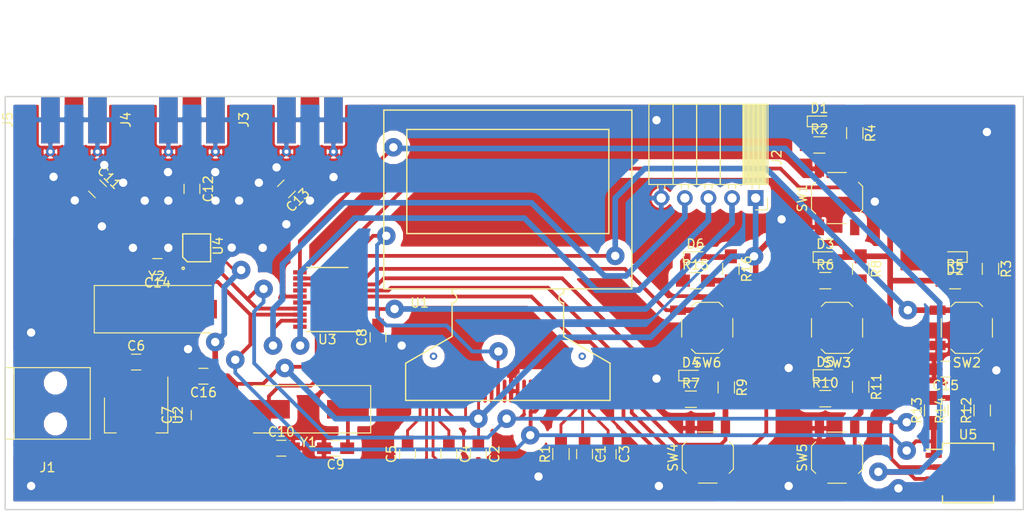
<source format=kicad_pcb>
(kicad_pcb (version 20171130) (host pcbnew no-vcs-found-3a74e52~61~ubuntu17.10.1)
  (layers (0 F.Cu signal) (31 B.Cu signal) (34 B.Paste user) (35 F.Paste user) (36 B.SilkS user) (37 F.SilkS user) (38 B.Mask user) (39 F.Mask user) (44 Edge.Cuts user))
  (net 0 "")
  (net 1 "Net-(C1-Pad1)")
  (net 2 GND)
  (net 3 /3V3)
  (net 4 "Net-(C3-Pad1)")
  (net 5 "Net-(C4-Pad1)")
  (net 6 "Net-(C4-Pad2)")
  (net 7 "Net-(C5-Pad1)")
  (net 8 "Net-(C5-Pad2)")
  (net 9 "Net-(C6-Pad1)")
  (net 10 /XI)
  (net 11 /XO)
  (net 12 "Net-(C11-Pad1)")
  (net 13 "Net-(C11-Pad2)")
  (net 14 "Net-(C12-Pad1)")
  (net 15 "Net-(C12-Pad2)")
  (net 16 "Net-(C13-Pad1)")
  (net 17 "Net-(C13-Pad2)")
  (net 18 "Net-(D1-Pad1)")
  (net 19 "Net-(D2-Pad1)")
  (net 20 "Net-(D3-Pad1)")
  (net 21 "Net-(D4-Pad1)")
  (net 22 "Net-(D5-Pad1)")
  (net 23 "Net-(J1-Pad2)")
  (net 24 "Net-(J1-Pad3)")
  (net 25 "Net-(J1-Pad4)")
  (net 26 /SWCLK)
  (net 27 /SWDIO)
  (net 28 "Net-(R1-Pad2)")
  (net 29 /BTN0)
  (net 30 /BTN3)
  (net 31 /BTN1)
  (net 32 /BTN4)
  (net 33 /BTN2)
  (net 34 /OS)
  (net 35 /SDA)
  (net 36 /SCL)
  (net 37 "Net-(U1-Pad7)")
  (net 38 /~OLED_RESET)
  (net 39 /~RST)
  (net 40 "Net-(U3-Pad14)")
  (net 41 "Net-(U4-Pad2)")
  (net 42 "Net-(U4-Pad3)")
  (net 43 "Net-(D6-Pad1)")
  (net 44 /BTN5)
  (module Buttons_Switches_SMD:SW_SPST_TL3342 (layer F.Cu) (at 102.039933 83.807271 90)
    (fp_text reference SW4 (at 0 -3.75 90) (layer F.SilkS))
    (fp_text value SW_SPST)
    (pad 1 smd rect (at -3.15 -1.9 90) (size 1.7 1) (layers F.Cu F.Paste F.Mask) (net 2 GND))
    (pad 1 smd rect (at 3.15 -1.9 90) (size 1.7 1) (layers F.Cu F.Paste F.Mask) (net 2 GND))
    (pad 2 smd rect (at -3.15 1.9 90) (size 1.7 1) (layers F.Cu F.Paste F.Mask) (net 32 /BTN4))
    (pad 2 smd rect (at 3.15 1.9 90) (size 1.7 1) (layers F.Cu F.Paste F.Mask) (net 32 /BTN4))
  )
  (module Crystals:Crystal_SMD_HC49-SD (layer F.Cu) (at 42.707641 67.842649)
    (fp_text reference Y2 (at 0 -3.55) (layer F.SilkS))
    (fp_text value "25 MHz")
    (pad 2 smd rect (at 4.25 0) (size 4.5 2) (layers F.Cu F.Paste F.Mask) (net 42 "Net-(U4-Pad3)"))
    (pad 1 smd rect (at -4.25 0) (size 4.5 2) (layers F.Cu F.Paste F.Mask) (net 41 "Net-(U4-Pad2)"))
  )
  (module Capacitors_SMD:C_0805_HandSoldering (layer F.Cu) (at 88.773 83.439 270)
    (fp_text reference C1 (at 0 -1.75 270) (layer F.SilkS))
    (fp_text value 4u7)
    (pad 1 smd rect (at -1.25 0 270) (size 1.5 1.25) (layers F.Cu F.Paste F.Mask) (net 1 "Net-(C1-Pad1)"))
    (pad 2 smd rect (at 1.25 0 270) (size 1.5 1.25) (layers F.Cu F.Paste F.Mask) (net 2 GND))
  )
  (module Capacitors_SMD:C_0805_HandSoldering (layer F.Cu) (at 77.343 83.439 270)
    (fp_text reference C2 (at 0 -1.75 270) (layer F.SilkS))
    (fp_text value 2u2)
    (pad 1 smd rect (at -1.25 0 270) (size 1.5 1.25) (layers F.Cu F.Paste F.Mask) (net 3 /3V3))
    (pad 2 smd rect (at 1.25 0 270) (size 1.5 1.25) (layers F.Cu F.Paste F.Mask) (net 2 GND))
  )
  (module Capacitors_SMD:C_0805_HandSoldering (layer F.Cu) (at 91.313 83.439 270)
    (fp_text reference C3 (at 0 -1.75 270) (layer F.SilkS))
    (fp_text value 2u2)
    (pad 1 smd rect (at -1.25 0 270) (size 1.5 1.25) (layers F.Cu F.Paste F.Mask) (net 4 "Net-(C3-Pad1)"))
    (pad 2 smd rect (at 1.25 0 270) (size 1.5 1.25) (layers F.Cu F.Paste F.Mask) (net 2 GND))
  )
  (module Capacitors_SMD:C_0805_HandSoldering (layer F.Cu) (at 74.168 83.439 270)
    (fp_text reference C4 (at 0 -1.75 270) (layer F.SilkS))
    (fp_text value 1u)
    (pad 1 smd rect (at -1.25 0 270) (size 1.5 1.25) (layers F.Cu F.Paste F.Mask) (net 5 "Net-(C4-Pad1)"))
    (pad 2 smd rect (at 1.25 0 270) (size 1.5 1.25) (layers F.Cu F.Paste F.Mask) (net 6 "Net-(C4-Pad2)"))
  )
  (module Capacitors_SMD:C_0805_HandSoldering (layer F.Cu) (at 69.723 83.439 90)
    (fp_text reference C5 (at 0 -1.75 90) (layer F.SilkS))
    (fp_text value 1u)
    (pad 1 smd rect (at -1.25 0 90) (size 1.5 1.25) (layers F.Cu F.Paste F.Mask) (net 7 "Net-(C5-Pad1)"))
    (pad 2 smd rect (at 1.25 0 90) (size 1.5 1.25) (layers F.Cu F.Paste F.Mask) (net 8 "Net-(C5-Pad2)"))
  )
  (module Capacitors_SMD:C_0805_HandSoldering (layer F.Cu) (at 40.513 73.533)
    (fp_text reference C6 (at 0 -1.75) (layer F.SilkS))
    (fp_text value 2u2)
    (pad 1 smd rect (at -1.25 0) (size 1.5 1.25) (layers F.Cu F.Paste F.Mask) (net 9 "Net-(C6-Pad1)"))
    (pad 2 smd rect (at 1.25 0) (size 1.5 1.25) (layers F.Cu F.Paste F.Mask) (net 2 GND))
  )
  (module Capacitors_SMD:C_0805_HandSoldering (layer F.Cu) (at 45.593 79.248 90)
    (fp_text reference C7 (at 0 -1.75 90) (layer F.SilkS))
    (fp_text value 100n)
    (pad 1 smd rect (at -1.25 0 90) (size 1.5 1.25) (layers F.Cu F.Paste F.Mask) (net 3 /3V3))
    (pad 2 smd rect (at 1.25 0 90) (size 1.5 1.25) (layers F.Cu F.Paste F.Mask) (net 2 GND))
  )
  (module Capacitors_SMD:C_0805_HandSoldering (layer F.Cu) (at 66.548 70.866 90)
    (fp_text reference C8 (at 0 -1.75 90) (layer F.SilkS))
    (fp_text value 220p)
    (pad 1 smd rect (at -1.25 0 90) (size 1.5 1.25) (layers F.Cu F.Paste F.Mask) (net 2 GND))
    (pad 2 smd rect (at 1.25 0 90) (size 1.5 1.25) (layers F.Cu F.Paste F.Mask) (net 39 /~RST))
  )
  (module Capacitors_SMD:C_0805_HandSoldering (layer F.Cu) (at 61.976 82.804 180)
    (fp_text reference C9 (at 0 -1.75 180) (layer F.SilkS))
    (fp_text value 15p)
    (pad 1 smd rect (at -1.25 0 180) (size 1.5 1.25) (layers F.Cu F.Paste F.Mask) (net 10 /XI))
    (pad 2 smd rect (at 1.25 0 180) (size 1.5 1.25) (layers F.Cu F.Paste F.Mask) (net 2 GND))
  )
  (module Capacitors_SMD:C_0805_HandSoldering (layer F.Cu) (at 56.134 82.804)
    (fp_text reference C10 (at 0 -1.75) (layer F.SilkS))
    (fp_text value 15p)
    (pad 1 smd rect (at -1.25 0) (size 1.5 1.25) (layers F.Cu F.Paste F.Mask) (net 11 /XO))
    (pad 2 smd rect (at 1.25 0) (size 1.5 1.25) (layers F.Cu F.Paste F.Mask) (net 2 GND))
  )
  (module Capacitors_SMD:C_0805_HandSoldering (layer F.Cu) (at 36.357641 54.888649 315)
    (fp_text reference C11 (at 0 -1.75 315) (layer F.SilkS))
    (fp_text value 100n)
    (pad 1 smd rect (at -1.249999 0 315) (size 1.5 1.25) (layers F.Cu F.Paste F.Mask) (net 12 "Net-(C11-Pad1)"))
    (pad 2 smd rect (at 1.249999 0 315) (size 1.5 1.25) (layers F.Cu F.Paste F.Mask) (net 13 "Net-(C11-Pad2)"))
  )
  (module Capacitors_SMD:C_0805_HandSoldering (layer F.Cu) (at 46.517641 54.888649 270)
    (fp_text reference C12 (at 0 -1.75 270) (layer F.SilkS))
    (fp_text value 100n)
    (pad 1 smd rect (at -1.25 0 270) (size 1.5 1.25) (layers F.Cu F.Paste F.Mask) (net 14 "Net-(C12-Pad1)"))
    (pad 2 smd rect (at 1.25 0 270) (size 1.5 1.25) (layers F.Cu F.Paste F.Mask) (net 15 "Net-(C12-Pad2)"))
  )
  (module Capacitors_SMD:C_0805_HandSoldering (layer F.Cu) (at 56.677641 54.888649 225)
    (fp_text reference C13 (at 0 -1.75 225) (layer F.SilkS))
    (fp_text value 100n)
    (pad 1 smd rect (at -1.249999 0 225) (size 1.5 1.25) (layers F.Cu F.Paste F.Mask) (net 16 "Net-(C13-Pad1)"))
    (pad 2 smd rect (at 1.249999 0 225) (size 1.5 1.25) (layers F.Cu F.Paste F.Mask) (net 17 "Net-(C13-Pad2)"))
  )
  (module Connectors:USB_Mini-B (layer F.Cu) (at 31.623 77.978)
    (fp_text reference J1 (at -0.65 6.9) (layer F.SilkS))
    (fp_text value USB_OTG)
    (pad 1 smd rect (at 2.8 -1.6) (size 2.3 0.5) (layers F.Cu F.Paste F.Mask) (net 9 "Net-(C6-Pad1)"))
    (pad 2 smd rect (at 2.8 -0.8) (size 2.3 0.5) (layers F.Cu F.Paste F.Mask) (net 23 "Net-(J1-Pad2)"))
    (pad 3 smd rect (at 2.8 0) (size 2.3 0.5) (layers F.Cu F.Paste F.Mask) (net 24 "Net-(J1-Pad3)"))
    (pad 4 smd rect (at 2.8 0.8) (size 2.3 0.5) (layers F.Cu F.Paste F.Mask) (net 25 "Net-(J1-Pad4)"))
    (pad 5 smd rect (at 2.8 1.6) (size 2.3 0.5) (layers F.Cu F.Paste F.Mask) (net 2 GND))
    (pad 6 smd rect (at 2.7 -4.45) (size 2.5 2) (layers F.Cu F.Paste F.Mask) (net 2 GND))
    (pad 6 smd rect (at -2.8 -4.45) (size 2.5 2) (layers F.Cu F.Paste F.Mask) (net 2 GND))
    (pad 6 smd rect (at 2.7 4.45) (size 2.5 2) (layers F.Cu F.Paste F.Mask) (net 2 GND))
    (pad 6 smd rect (at -2.8 4.45) (size 2.5 2) (layers F.Cu F.Paste F.Mask) (net 2 GND))
    (pad "" np_thru_hole circle (at 0.2 -2.2) (size 0.9 0.9) (drill 0.9) (layers *.Cu *.Mask))
    (pad "" np_thru_hole circle (at 0.2 2.2) (size 0.9 0.9) (drill 0.9) (layers *.Cu *.Mask))
  )
  (module Socket_Strips:Socket_Strip_Angled_1x05_Pitch2.54mm (layer F.Cu) (at 107.188 55.88 270)
    (fp_text reference J2 (at -4.38 -2.27 270) (layer F.SilkS))
    (fp_text value Conn_01x05_Female)
    (pad 1 thru_hole rect (at 0 0 270) (size 1.7 1.7) (drill 1) (layers *.Cu *.Mask) (net 3 /3V3))
    (pad 2 thru_hole oval (at 0 2.54 270) (size 1.7 1.7) (drill 1) (layers *.Cu *.Mask) (net 39 /~RST))
    (pad 3 thru_hole oval (at 0 5.08 270) (size 1.7 1.7) (drill 1) (layers *.Cu *.Mask) (net 26 /SWCLK))
    (pad 4 thru_hole oval (at 0 7.62 270) (size 1.7 1.7) (drill 1) (layers *.Cu *.Mask) (net 27 /SWDIO))
    (pad 5 thru_hole oval (at 0 10.16 270) (size 1.7 1.7) (drill 1) (layers *.Cu *.Mask) (net 2 GND))
  )
  (module Resistors_SMD:R_0805_HandSoldering (layer F.Cu) (at 86.233 83.439 90)
    (fp_text reference R1 (at 0 -1.7 90) (layer F.SilkS))
    (fp_text value 330K)
    (pad 1 smd rect (at -1.35 0 90) (size 1.5 1.3) (layers F.Cu F.Paste F.Mask) (net 2 GND))
    (pad 2 smd rect (at 1.35 0 90) (size 1.5 1.3) (layers F.Cu F.Paste F.Mask) (net 28 "Net-(R1-Pad2)"))
  )
  (module Resistors_SMD:R_0805_HandSoldering (layer F.Cu) (at 114.046 50.165)
    (fp_text reference R2 (at 0 -1.7) (layer F.SilkS))
    (fp_text value 330)
    (pad 1 smd rect (at -1.35 0) (size 1.5 1.3) (layers F.Cu F.Paste F.Mask) (net 18 "Net-(D1-Pad1)"))
    (pad 2 smd rect (at 1.35 0) (size 1.5 1.3) (layers F.Cu F.Paste F.Mask) (net 29 /BTN0))
  )
  (module Resistors_SMD:R_0805_HandSoldering (layer F.Cu) (at 132.461 63.5 270)
    (fp_text reference R3 (at 0 -1.7 270) (layer F.SilkS))
    (fp_text value 330)
    (pad 1 smd rect (at -1.35 0 270) (size 1.5 1.3) (layers F.Cu F.Paste F.Mask) (net 19 "Net-(D2-Pad1)"))
    (pad 2 smd rect (at 1.35 0 270) (size 1.5 1.3) (layers F.Cu F.Paste F.Mask) (net 30 /BTN3))
  )
  (module Resistors_SMD:R_0805_HandSoldering (layer F.Cu) (at 117.856 48.895 270)
    (fp_text reference R4 (at 0 -1.7 270) (layer F.SilkS))
    (fp_text value 10K)
    (pad 1 smd rect (at -1.35 0 270) (size 1.5 1.3) (layers F.Cu F.Paste F.Mask) (net 3 /3V3))
    (pad 2 smd rect (at 1.35 0 270) (size 1.5 1.3) (layers F.Cu F.Paste F.Mask) (net 29 /BTN0))
  )
  (module Resistors_SMD:R_0805_HandSoldering (layer F.Cu) (at 128.651 64.77)
    (fp_text reference R5 (at 0 -1.7) (layer F.SilkS))
    (fp_text value 10K)
    (pad 1 smd rect (at -1.35 0) (size 1.5 1.3) (layers F.Cu F.Paste F.Mask) (net 3 /3V3))
    (pad 2 smd rect (at 1.35 0) (size 1.5 1.3) (layers F.Cu F.Paste F.Mask) (net 30 /BTN3))
  )
  (module Resistors_SMD:R_0805_HandSoldering (layer F.Cu) (at 114.681 64.77)
    (fp_text reference R6 (at 0 -1.7) (layer F.SilkS))
    (fp_text value 330)
    (pad 1 smd rect (at -1.35 0) (size 1.5 1.3) (layers F.Cu F.Paste F.Mask) (net 20 "Net-(D3-Pad1)"))
    (pad 2 smd rect (at 1.35 0) (size 1.5 1.3) (layers F.Cu F.Paste F.Mask) (net 31 /BTN1))
  )
  (module Resistors_SMD:R_0805_HandSoldering (layer F.Cu) (at 100.215729 77.528933)
    (fp_text reference R7 (at 0 -1.7) (layer F.SilkS))
    (fp_text value 330)
    (pad 1 smd rect (at -1.35 0) (size 1.5 1.3) (layers F.Cu F.Paste F.Mask) (net 21 "Net-(D4-Pad1)"))
    (pad 2 smd rect (at 1.35 0) (size 1.5 1.3) (layers F.Cu F.Paste F.Mask) (net 32 /BTN4))
  )
  (module Resistors_SMD:R_0805_HandSoldering (layer F.Cu) (at 118.491 63.5 270)
    (fp_text reference R8 (at 0 -1.7 270) (layer F.SilkS))
    (fp_text value 10K)
    (pad 1 smd rect (at -1.35 0 270) (size 1.5 1.3) (layers F.Cu F.Paste F.Mask) (net 3 /3V3))
    (pad 2 smd rect (at 1.35 0 270) (size 1.5 1.3) (layers F.Cu F.Paste F.Mask) (net 31 /BTN1))
  )
  (module Resistors_SMD:R_0805_HandSoldering (layer F.Cu) (at 104.025729 76.258933 270)
    (fp_text reference R9 (at 0 -1.7 270) (layer F.SilkS))
    (fp_text value 10K)
    (pad 1 smd rect (at -1.35 0 270) (size 1.5 1.3) (layers F.Cu F.Paste F.Mask) (net 3 /3V3))
    (pad 2 smd rect (at 1.35 0 270) (size 1.5 1.3) (layers F.Cu F.Paste F.Mask) (net 32 /BTN4))
  )
  (module Resistors_SMD:R_0805_HandSoldering (layer F.Cu) (at 114.681 77.47)
    (fp_text reference R10 (at 0 -1.7) (layer F.SilkS))
    (fp_text value 330)
    (pad 1 smd rect (at -1.35 0) (size 1.5 1.3) (layers F.Cu F.Paste F.Mask) (net 22 "Net-(D5-Pad1)"))
    (pad 2 smd rect (at 1.35 0) (size 1.5 1.3) (layers F.Cu F.Paste F.Mask) (net 33 /BTN2))
  )
  (module Resistors_SMD:R_0805_HandSoldering (layer F.Cu) (at 118.491 76.2 270)
    (fp_text reference R11 (at 0 -1.7 270) (layer F.SilkS))
    (fp_text value 10K)
    (pad 1 smd rect (at -1.35 0 270) (size 1.5 1.3) (layers F.Cu F.Paste F.Mask) (net 3 /3V3))
    (pad 2 smd rect (at 1.35 0 270) (size 1.5 1.3) (layers F.Cu F.Paste F.Mask) (net 33 /BTN2))
  )
  (module Resistors_SMD:R_0805_HandSoldering (layer F.Cu) (at 131.572 78.74 90)
    (fp_text reference R12 (at 0 -1.7 90) (layer F.SilkS))
    (fp_text value 3K3)
    (pad 1 smd rect (at -1.35 0 90) (size 1.5 1.3) (layers F.Cu F.Paste F.Mask) (net 34 /OS))
    (pad 2 smd rect (at 1.35 0 90) (size 1.5 1.3) (layers F.Cu F.Paste F.Mask) (net 3 /3V3))
  )
  (module Resistors_SMD:R_0805_HandSoldering (layer F.Cu) (at 126.238 78.74 90)
    (fp_text reference R13 (at 0 -1.7 90) (layer F.SilkS))
    (fp_text value 3K3)
    (pad 1 smd rect (at -1.35 0 90) (size 1.5 1.3) (layers F.Cu F.Paste F.Mask) (net 35 /SDA))
    (pad 2 smd rect (at 1.35 0 90) (size 1.5 1.3) (layers F.Cu F.Paste F.Mask) (net 3 /3V3))
  )
  (module Resistors_SMD:R_0805_HandSoldering (layer F.Cu) (at 128.778 78.74 90)
    (fp_text reference R14 (at 0 -1.7 90) (layer F.SilkS))
    (fp_text value 3K3)
    (pad 1 smd rect (at -1.35 0 90) (size 1.5 1.3) (layers F.Cu F.Paste F.Mask) (net 36 /SCL))
    (pad 2 smd rect (at 1.35 0 90) (size 1.5 1.3) (layers F.Cu F.Paste F.Mask) (net 3 /3V3))
  )
  (module Buttons_Switches_SMD:SW_SPST_TL3342 (layer F.Cu) (at 115.951 55.88 90)
    (fp_text reference SW1 (at 0 -3.75 90) (layer F.SilkS))
    (fp_text value SW_SPST)
    (pad 1 smd rect (at -3.15 -1.9 90) (size 1.7 1) (layers F.Cu F.Paste F.Mask) (net 2 GND))
    (pad 1 smd rect (at 3.15 -1.9 90) (size 1.7 1) (layers F.Cu F.Paste F.Mask) (net 2 GND))
    (pad 2 smd rect (at -3.15 1.9 90) (size 1.7 1) (layers F.Cu F.Paste F.Mask) (net 29 /BTN0))
    (pad 2 smd rect (at 3.15 1.9 90) (size 1.7 1) (layers F.Cu F.Paste F.Mask) (net 29 /BTN0))
  )
  (module Buttons_Switches_SMD:SW_SPST_TL3342 (layer F.Cu) (at 129.921 69.85 180)
    (fp_text reference SW2 (at 0 -3.75 180) (layer F.SilkS))
    (fp_text value SW_SPST)
    (pad 1 smd rect (at -3.15 -1.9 180) (size 1.7 1) (layers F.Cu F.Paste F.Mask) (net 2 GND))
    (pad 1 smd rect (at 3.15 -1.9 180) (size 1.7 1) (layers F.Cu F.Paste F.Mask) (net 2 GND))
    (pad 2 smd rect (at -3.15 1.9 180) (size 1.7 1) (layers F.Cu F.Paste F.Mask) (net 30 /BTN3))
    (pad 2 smd rect (at 3.15 1.9 180) (size 1.7 1) (layers F.Cu F.Paste F.Mask) (net 30 /BTN3))
  )
  (module Buttons_Switches_SMD:SW_SPST_TL3342 (layer F.Cu) (at 115.951 69.85 180)
    (fp_text reference SW3 (at 0 -3.75 180) (layer F.SilkS))
    (fp_text value SW_SPST)
    (pad 1 smd rect (at -3.15 -1.9 180) (size 1.7 1) (layers F.Cu F.Paste F.Mask) (net 2 GND))
    (pad 1 smd rect (at 3.15 -1.9 180) (size 1.7 1) (layers F.Cu F.Paste F.Mask) (net 2 GND))
    (pad 2 smd rect (at -3.15 1.9 180) (size 1.7 1) (layers F.Cu F.Paste F.Mask) (net 31 /BTN1))
    (pad 2 smd rect (at 3.15 1.9 180) (size 1.7 1) (layers F.Cu F.Paste F.Mask) (net 31 /BTN1))
  )
  (module Buttons_Switches_SMD:SW_SPST_TL3342 (layer F.Cu) (at 115.951 83.82 90)
    (fp_text reference SW5 (at 0 -3.75 90) (layer F.SilkS))
    (fp_text value SW_SPST)
    (pad 1 smd rect (at -3.15 -1.9 90) (size 1.7 1) (layers F.Cu F.Paste F.Mask) (net 2 GND))
    (pad 1 smd rect (at 3.15 -1.9 90) (size 1.7 1) (layers F.Cu F.Paste F.Mask) (net 2 GND))
    (pad 2 smd rect (at -3.15 1.9 90) (size 1.7 1) (layers F.Cu F.Paste F.Mask) (net 33 /BTN2))
    (pad 2 smd rect (at 3.15 1.9 90) (size 1.7 1) (layers F.Cu F.Paste F.Mask) (net 33 /BTN2))
  )
  (module petr_kicad:UG-2864KSWEG01 (layer F.Cu) (at 80.518 65.659)
    (fp_text reference U1 (at -9.5 1.5) (layer F.SilkS))
    (fp_text value UG-2864KSWEG01)
    (pad "" np_thru_hole circle (at -8 7.25) (size 0.8 0.8) (drill 0.4) (layers *.Cu *.Mask))
    (pad "" np_thru_hole circle (at 8 7.25) (size 0.8 0.8) (drill 0.4) (layers *.Cu *.Mask))
    (pad 1 smd oval (at -10.15 11) (size 0.4 2.5) (layers F.Cu F.Paste F.Mask) (net 2 GND))
    (pad 2 smd oval (at -9.45 11) (size 0.4 2.5) (layers F.Cu F.Paste F.Mask) (net 8 "Net-(C5-Pad2)"))
    (pad 3 smd oval (at -8.75 11) (size 0.4 2.5) (layers F.Cu F.Paste F.Mask) (net 7 "Net-(C5-Pad1)"))
    (pad 4 smd oval (at -8.05 11) (size 0.4 2.5) (layers F.Cu F.Paste F.Mask) (net 6 "Net-(C4-Pad2)"))
    (pad 5 smd oval (at -7.35 11) (size 0.4 2.5) (layers F.Cu F.Paste F.Mask) (net 5 "Net-(C4-Pad1)"))
    (pad 6 smd oval (at -6.65 11) (size 0.4 2.5) (layers F.Cu F.Paste F.Mask) (net 3 /3V3))
    (pad 7 smd oval (at -5.95 11) (size 0.4 2.5) (layers F.Cu F.Paste F.Mask) (net 37 "Net-(U1-Pad7)"))
    (pad 8 smd oval (at -5.25 11) (size 0.4 2.5) (layers F.Cu F.Paste F.Mask) (net 2 GND))
    (pad 9 smd oval (at -4.55 11) (size 0.4 2.5) (layers F.Cu F.Paste F.Mask) (net 3 /3V3))
    (pad 10 smd oval (at -3.85 11) (size 0.4 2.5) (layers F.Cu F.Paste F.Mask) (net 2 GND))
    (pad 11 smd oval (at -3.15 11) (size 0.4 2.5) (layers F.Cu F.Paste F.Mask) (net 3 /3V3))
    (pad 12 smd oval (at -2.45 11) (size 0.4 2.5) (layers F.Cu F.Paste F.Mask) (net 2 GND))
    (pad 13 smd oval (at -1.75 11) (size 0.4 2.5) (layers F.Cu F.Paste F.Mask) (net 2 GND))
    (pad 14 smd oval (at -1.05 11) (size 0.4 2.5) (layers F.Cu F.Paste F.Mask) (net 38 /~OLED_RESET))
    (pad 15 smd oval (at -0.35 11) (size 0.4 2.5) (layers F.Cu F.Paste F.Mask) (net 2 GND))
    (pad 16 smd oval (at 0.35 11) (size 0.4 2.5) (layers F.Cu F.Paste F.Mask) (net 2 GND))
    (pad 17 smd oval (at 1.05 11) (size 0.4 2.5) (layers F.Cu F.Paste F.Mask) (net 2 GND))
    (pad 18 smd oval (at 1.75 11) (size 0.4 2.5) (layers F.Cu F.Paste F.Mask) (net 36 /SCL))
    (pad 19 smd oval (at 2.45 11) (size 0.4 2.5) (layers F.Cu F.Paste F.Mask) (net 35 /SDA))
    (pad 20 smd oval (at 3.15 11) (size 0.4 2.5) (layers F.Cu F.Paste F.Mask) (net 35 /SDA))
    (pad 21 smd oval (at 3.85 11) (size 0.4 2.5) (layers F.Cu F.Paste F.Mask) (net 2 GND))
    (pad 22 smd oval (at 4.55 11) (size 0.4 2.5) (layers F.Cu F.Paste F.Mask) (net 2 GND))
    (pad 23 smd oval (at 5.25 11) (size 0.4 2.5) (layers F.Cu F.Paste F.Mask) (net 2 GND))
    (pad 24 smd oval (at 5.95 11) (size 0.4 2.5) (layers F.Cu F.Paste F.Mask) (net 2 GND))
    (pad 25 smd oval (at 6.65 11) (size 0.4 2.5) (layers F.Cu F.Paste F.Mask) (net 2 GND))
    (pad 26 smd oval (at 7.35 11) (size 0.4 2.5) (layers F.Cu F.Paste F.Mask) (net 28 "Net-(R1-Pad2)"))
    (pad 27 smd oval (at 8.05 11) (size 0.4 2.5) (layers F.Cu F.Paste F.Mask) (net 1 "Net-(C1-Pad1)"))
    (pad 28 smd oval (at 8.75 11) (size 0.4 2.5) (layers F.Cu F.Paste F.Mask) (net 4 "Net-(C3-Pad1)"))
    (pad 29 smd oval (at 9.45 11) (size 0.4 2.5) (layers F.Cu F.Paste F.Mask) (net 2 GND))
    (pad 30 smd oval (at 10.15 11) (size 0.4 2.5) (layers F.Cu F.Paste F.Mask) (net 2 GND))
  )
  (module TO_SOT_Packages_SMD:SOT-223-3_TabPin2 (layer F.Cu) (at 40.513 79.248 270)
    (fp_text reference U2 (at 0 -4.5 270) (layer F.SilkS))
    (fp_text value AMS1117-3.3)
    (pad 2 smd rect (at 3.15 0 270) (size 2 3.8) (layers F.Cu F.Paste F.Mask) (net 3 /3V3))
    (pad 2 smd rect (at -3.15 0 270) (size 2 1.5) (layers F.Cu F.Paste F.Mask) (net 3 /3V3))
    (pad 3 smd rect (at -3.15 2.3 270) (size 2 1.5) (layers F.Cu F.Paste F.Mask) (net 9 "Net-(C6-Pad1)"))
    (pad 1 smd rect (at -3.15 -2.3 270) (size 2 1.5) (layers F.Cu F.Paste F.Mask) (net 2 GND))
  )
  (module Housings_SSOP:TSSOP-20_4.4x6.5mm_Pitch0.65mm (layer F.Cu) (at 61.087 66.802 180)
    (fp_text reference U3 (at 0 -4.3 180) (layer F.SilkS))
    (fp_text value STM32F030F4P6)
    (pad 1 smd rect (at -2.95 -2.925 180) (size 1.45 0.45) (layers F.Cu F.Paste F.Mask) (net 2 GND))
    (pad 2 smd rect (at -2.95 -2.275 180) (size 1.45 0.45) (layers F.Cu F.Paste F.Mask) (net 10 /XI))
    (pad 3 smd rect (at -2.95 -1.625 180) (size 1.45 0.45) (layers F.Cu F.Paste F.Mask) (net 11 /XO))
    (pad 4 smd rect (at -2.95 -0.975 180) (size 1.45 0.45) (layers F.Cu F.Paste F.Mask) (net 39 /~RST))
    (pad 5 smd rect (at -2.95 -0.325 180) (size 1.45 0.45) (layers F.Cu F.Paste F.Mask) (net 3 /3V3))
    (pad 6 smd rect (at -2.95 0.325 180) (size 1.45 0.45) (layers F.Cu F.Paste F.Mask) (net 33 /BTN2))
    (pad 7 smd rect (at -2.95 0.975 180) (size 1.45 0.45) (layers F.Cu F.Paste F.Mask) (net 31 /BTN1))
    (pad 8 smd rect (at -2.95 1.625 180) (size 1.45 0.45) (layers F.Cu F.Paste F.Mask) (net 32 /BTN4))
    (pad 9 smd rect (at -2.95 2.275 180) (size 1.45 0.45) (layers F.Cu F.Paste F.Mask) (net 44 /BTN5))
    (pad 10 smd rect (at -2.95 2.925 180) (size 1.45 0.45) (layers F.Cu F.Paste F.Mask) (net 30 /BTN3))
    (pad 11 smd rect (at 2.95 2.925 180) (size 1.45 0.45) (layers F.Cu F.Paste F.Mask) (net 34 /OS))
    (pad 12 smd rect (at 2.95 2.275 180) (size 1.45 0.45) (layers F.Cu F.Paste F.Mask) (net 29 /BTN0))
    (pad 13 smd rect (at 2.95 1.625 180) (size 1.45 0.45) (layers F.Cu F.Paste F.Mask) (net 38 /~OLED_RESET))
    (pad 14 smd rect (at 2.95 0.975 180) (size 1.45 0.45) (layers F.Cu F.Paste F.Mask) (net 40 "Net-(U3-Pad14)"))
    (pad 15 smd rect (at 2.95 0.325 180) (size 1.45 0.45) (layers F.Cu F.Paste F.Mask) (net 2 GND))
    (pad 16 smd rect (at 2.95 -0.325 180) (size 1.45 0.45) (layers F.Cu F.Paste F.Mask) (net 3 /3V3))
    (pad 17 smd rect (at 2.95 -0.975 180) (size 1.45 0.45) (layers F.Cu F.Paste F.Mask) (net 36 /SCL))
    (pad 18 smd rect (at 2.95 -1.625 180) (size 1.45 0.45) (layers F.Cu F.Paste F.Mask) (net 35 /SDA))
    (pad 19 smd rect (at 2.95 -2.275 180) (size 1.45 0.45) (layers F.Cu F.Paste F.Mask) (net 27 /SWDIO))
    (pad 20 smd rect (at 2.95 -2.925 180) (size 1.45 0.45) (layers F.Cu F.Paste F.Mask) (net 26 /SWCLK))
  )
  (module petr_kicad:MSOP-10 (layer F.Cu) (at 47.025641 61.238649 90)
    (fp_text reference U4 (at 0.2 2.3 90) (layer F.SilkS))
    (fp_text value Si5351A)
    (pad 1 smd rect (at -2.2 -1 90) (size 1.05 0.35) (layers F.Cu F.Paste F.Mask) (net 3 /3V3))
    (pad 2 smd rect (at -2.2 -0.5 90) (size 1.05 0.35) (layers F.Cu F.Paste F.Mask) (net 41 "Net-(U4-Pad2)"))
    (pad 3 smd rect (at -2.2 0 90) (size 1.05 0.35) (layers F.Cu F.Paste F.Mask) (net 42 "Net-(U4-Pad3)"))
    (pad 4 smd rect (at -2.2 0.5 90) (size 1.05 0.35) (layers F.Cu F.Paste F.Mask) (net 36 /SCL))
    (pad 5 smd rect (at -2.2 1 90) (size 1.05 0.35) (layers F.Cu F.Paste F.Mask) (net 35 /SDA))
    (pad 6 smd rect (at 2.2 1 90) (size 1.05 0.35) (layers F.Cu F.Paste F.Mask) (net 17 "Net-(C13-Pad2)"))
    (pad 7 smd rect (at 2.2 0.5 90) (size 1.05 0.35) (layers F.Cu F.Paste F.Mask) (net 3 /3V3))
    (pad 8 smd rect (at 2.2 0 90) (size 1.05 0.35) (layers F.Cu F.Paste F.Mask) (net 2 GND))
    (pad 9 smd rect (at 2.2 -0.5 90) (size 1.05 0.35) (layers F.Cu F.Paste F.Mask) (net 15 "Net-(C12-Pad2)"))
    (pad 10 smd rect (at 2.2 -1 90) (size 1.05 0.35) (layers F.Cu F.Paste F.Mask) (net 13 "Net-(C11-Pad2)"))
  )
  (module petr_kicad:SO-8_5.3x6.2mm_Pitch1.27mm (layer F.Cu) (at 130.048 85.471)
    (fp_text reference U5 (at 0 -4.13) (layer F.SilkS))
    (fp_text value LM75)
    (pad 1 smd rect (at -3.7 -1.905) (size 1.75 0.55) (layers F.Cu F.Paste F.Mask) (net 35 /SDA))
    (pad 2 smd rect (at -3.7 -0.635) (size 1.75 0.55) (layers F.Cu F.Paste F.Mask) (net 36 /SCL))
    (pad 3 smd rect (at -3.7 0.635) (size 1.75 0.55) (layers F.Cu F.Paste F.Mask) (net 34 /OS))
    (pad 4 smd rect (at -3.7 1.905) (size 1.75 0.55) (layers F.Cu F.Paste F.Mask) (net 2 GND))
    (pad 5 smd rect (at 3.7 1.905) (size 1.75 0.55) (layers F.Cu F.Paste F.Mask) (net 2 GND))
    (pad 6 smd rect (at 3.7 0.635) (size 1.75 0.55) (layers F.Cu F.Paste F.Mask) (net 2 GND))
    (pad 7 smd rect (at 3.7 -0.635) (size 1.75 0.55) (layers F.Cu F.Paste F.Mask) (net 2 GND))
    (pad 8 smd rect (at 3.7 -1.905) (size 1.75 0.55) (layers F.Cu F.Paste F.Mask) (net 3 /3V3))
  )
  (module Resistors_SMD:R_0805_HandSoldering (layer F.Cu) (at 100.711 64.77)
    (fp_text reference R15 (at 0 -1.7) (layer F.SilkS))
    (fp_text value 330)
    (pad 1 smd rect (at -1.35 0) (size 1.5 1.3) (layers F.Cu F.Paste F.Mask) (net 43 "Net-(D6-Pad1)"))
    (pad 2 smd rect (at 1.35 0) (size 1.5 1.3) (layers F.Cu F.Paste F.Mask) (net 44 /BTN5))
  )
  (module Resistors_SMD:R_0805_HandSoldering (layer F.Cu) (at 104.521 63.5 270)
    (fp_text reference R16 (at 0 -1.7 270) (layer F.SilkS))
    (fp_text value 10K)
    (pad 1 smd rect (at -1.35 0 270) (size 1.5 1.3) (layers F.Cu F.Paste F.Mask) (net 3 /3V3))
    (pad 2 smd rect (at 1.35 0 270) (size 1.5 1.3) (layers F.Cu F.Paste F.Mask) (net 44 /BTN5))
  )
  (module Buttons_Switches_SMD:SW_SPST_TL3342 (layer F.Cu) (at 101.981 69.85 180)
    (fp_text reference SW6 (at 0 -3.75 180) (layer F.SilkS))
    (fp_text value SW_SPST)
    (pad 1 smd rect (at -3.15 -1.9 180) (size 1.7 1) (layers F.Cu F.Paste F.Mask) (net 2 GND))
    (pad 1 smd rect (at 3.15 -1.9 180) (size 1.7 1) (layers F.Cu F.Paste F.Mask) (net 2 GND))
    (pad 2 smd rect (at -3.15 1.9 180) (size 1.7 1) (layers F.Cu F.Paste F.Mask) (net 44 /BTN5))
    (pad 2 smd rect (at 3.15 1.9 180) (size 1.7 1) (layers F.Cu F.Paste F.Mask) (net 44 /BTN5))
  )
  (module Diodes_SMD:D_0603 (layer F.Cu) (at 114.046 47.625)
    (fp_text reference D1 (at 0 -1.4) (layer F.SilkS))
    (fp_text value LED_GRN)
    (pad 1 smd rect (at -0.85 0) (size 0.6 0.8) (layers F.Cu F.Paste F.Mask) (net 18 "Net-(D1-Pad1)"))
    (pad 2 smd rect (at 0.85 0) (size 0.6 0.8) (layers F.Cu F.Paste F.Mask) (net 3 /3V3))
  )
  (module Diodes_SMD:D_0603 (layer F.Cu) (at 128.651 62.23 180)
    (fp_text reference D2 (at 0 -1.4 180) (layer F.SilkS))
    (fp_text value LED_GRN)
    (pad 1 smd rect (at -0.85 0 180) (size 0.6 0.8) (layers F.Cu F.Paste F.Mask) (net 19 "Net-(D2-Pad1)"))
    (pad 2 smd rect (at 0.85 0 180) (size 0.6 0.8) (layers F.Cu F.Paste F.Mask) (net 3 /3V3))
  )
  (module Diodes_SMD:D_0603 (layer F.Cu) (at 114.681 62.23)
    (fp_text reference D3 (at 0 -1.4) (layer F.SilkS))
    (fp_text value LED_GRN)
    (pad 1 smd rect (at -0.85 0) (size 0.6 0.8) (layers F.Cu F.Paste F.Mask) (net 20 "Net-(D3-Pad1)"))
    (pad 2 smd rect (at 0.85 0) (size 0.6 0.8) (layers F.Cu F.Paste F.Mask) (net 3 /3V3))
  )
  (module Diodes_SMD:D_0603 (layer F.Cu) (at 100.215729 74.988933)
    (fp_text reference D4 (at 0 -1.4) (layer F.SilkS))
    (fp_text value LED_GRN)
    (pad 1 smd rect (at -0.85 0) (size 0.6 0.8) (layers F.Cu F.Paste F.Mask) (net 21 "Net-(D4-Pad1)"))
    (pad 2 smd rect (at 0.85 0) (size 0.6 0.8) (layers F.Cu F.Paste F.Mask) (net 3 /3V3))
  )
  (module Diodes_SMD:D_0603 (layer F.Cu) (at 114.681 74.93)
    (fp_text reference D5 (at 0 -1.4) (layer F.SilkS))
    (fp_text value LED_GRN)
    (pad 1 smd rect (at -0.85 0) (size 0.6 0.8) (layers F.Cu F.Paste F.Mask) (net 22 "Net-(D5-Pad1)"))
    (pad 2 smd rect (at 0.85 0) (size 0.6 0.8) (layers F.Cu F.Paste F.Mask) (net 3 /3V3))
  )
  (module Diodes_SMD:D_0603 (layer F.Cu) (at 100.711 62.23)
    (fp_text reference D6 (at 0 -1.4) (layer F.SilkS))
    (fp_text value LED_GRN)
    (pad 1 smd rect (at -0.85 0) (size 0.6 0.8) (layers F.Cu F.Paste F.Mask) (net 43 "Net-(D6-Pad1)"))
    (pad 2 smd rect (at 0.85 0) (size 0.6 0.8) (layers F.Cu F.Paste F.Mask) (net 3 /3V3))
  )
  (module Crystals:Crystal_SMD_HC49-SD (layer F.Cu) (at 59.055 78.613 180)
    (fp_text reference Y1 (at 0 -3.55 180) (layer F.SilkS))
    (fp_text value "8 MHz")
    (pad 1 smd rect (at -4.25 0 180) (size 4.5 2) (layers F.Cu F.Paste F.Mask) (net 10 /XI))
    (pad 2 smd rect (at 4.25 0 180) (size 4.5 2) (layers F.Cu F.Paste F.Mask) (net 11 /XO))
  )
  (module Capacitors_SMD:C_0805_HandSoldering (layer F.Cu) (at 42.799 63.246 180)
    (fp_text reference C14 (at 0 -1.75 180) (layer F.SilkS))
    (fp_text value 1n)
    (pad 2 smd rect (at 1.25 0 180) (size 1.5 1.25) (layers F.Cu F.Paste F.Mask) (net 2 GND))
    (pad 1 smd rect (at -1.25 0 180) (size 1.5 1.25) (layers F.Cu F.Paste F.Mask) (net 3 /3V3))
  )
  (module Capacitors_SMD:C_0805_HandSoldering (layer F.Cu) (at 127.635 74.295 180)
    (fp_text reference C15 (at 0 -1.75 180) (layer F.SilkS))
    (fp_text value 1n)
    (pad 2 smd rect (at 1.25 0 180) (size 1.5 1.25) (layers F.Cu F.Paste F.Mask) (net 2 GND))
    (pad 1 smd rect (at -1.25 0 180) (size 1.5 1.25) (layers F.Cu F.Paste F.Mask) (net 3 /3V3))
  )
  (module Capacitors_SMD:C_0805_HandSoldering (layer F.Cu) (at 47.752 75.057 180)
    (fp_text reference C16 (at 0 -1.75 180) (layer F.SilkS))
    (fp_text value 1n)
    (pad 1 smd rect (at -1.25 0 180) (size 1.5 1.25) (layers F.Cu F.Paste F.Mask) (net 3 /3V3))
    (pad 2 smd rect (at 1.25 0 180) (size 1.5 1.25) (layers F.Cu F.Paste F.Mask) (net 2 GND))
  )
  (module petr_kicad:Molex_SMA_Jack_Edge_Mount_Chinese (layer F.Cu) (at 59.217641 49.173649 270)
    (fp_text reference J3 (at -1.72 7.11 270) (layer F.SilkS))
    (fp_text value Conn_Coaxial)
    (pad 2 smd rect (at 1.27 2.53 270) (size 0.89 0.46) (layers B.Cu) (net 2 GND))
    (pad 2 smd rect (at 1.27 -2.53 270) (size 0.89 0.46) (layers B.Cu) (net 2 GND))
    (pad 2 smd rect (at 1.27 2.53 270) (size 0.89 0.46) (layers F.Cu) (net 2 GND))
    (pad 2 smd rect (at 1.27 -2.53 270) (size 0.89 0.46) (layers F.Cu) (net 2 GND))
    (pad 2 thru_hole circle (at 1.72 2.53 270) (size 0.97 0.97) (drill 0.46) (layers *.Cu) (net 2 GND))
    (pad 2 thru_hole circle (at 1.72 -2.53 270) (size 0.97 0.97) (drill 0.46) (layers *.Cu) (net 2 GND))
    (pad 2 smd rect (at -1.72 2.53 270) (size 5.08 2) (layers B.Cu B.Paste B.Mask) (net 2 GND))
    (pad 2 smd rect (at -1.72 -2.53 270) (size 5.08 2) (layers B.Cu B.Paste B.Mask) (net 2 GND))
    (pad 2 smd rect (at -1.72 2.53 270) (size 5.08 2) (layers F.Cu F.Paste F.Mask) (net 2 GND))
    (pad 2 smd rect (at -1.72 -2.53 270) (size 5.08 2) (layers F.Cu F.Paste F.Mask) (net 2 GND))
    (pad 1 smd rect (at -1.72 0 270) (size 5.08 2) (layers F.Cu F.Paste F.Mask) (net 16 "Net-(C13-Pad1)"))
  )
  (module petr_kicad:Molex_SMA_Jack_Edge_Mount_Chinese (layer F.Cu) (at 46.517641 49.173649 270)
    (fp_text reference J4 (at -1.72 7.11 270) (layer F.SilkS))
    (fp_text value Conn_Coaxial)
    (pad 1 smd rect (at -1.72 0 270) (size 5.08 2) (layers F.Cu F.Paste F.Mask) (net 14 "Net-(C12-Pad1)"))
    (pad 2 smd rect (at -1.72 -2.53 270) (size 5.08 2) (layers F.Cu F.Paste F.Mask) (net 2 GND))
    (pad 2 smd rect (at -1.72 2.53 270) (size 5.08 2) (layers F.Cu F.Paste F.Mask) (net 2 GND))
    (pad 2 smd rect (at -1.72 -2.53 270) (size 5.08 2) (layers B.Cu B.Paste B.Mask) (net 2 GND))
    (pad 2 smd rect (at -1.72 2.53 270) (size 5.08 2) (layers B.Cu B.Paste B.Mask) (net 2 GND))
    (pad 2 thru_hole circle (at 1.72 -2.53 270) (size 0.97 0.97) (drill 0.46) (layers *.Cu) (net 2 GND))
    (pad 2 thru_hole circle (at 1.72 2.53 270) (size 0.97 0.97) (drill 0.46) (layers *.Cu) (net 2 GND))
    (pad 2 smd rect (at 1.27 -2.53 270) (size 0.89 0.46) (layers F.Cu) (net 2 GND))
    (pad 2 smd rect (at 1.27 2.53 270) (size 0.89 0.46) (layers F.Cu) (net 2 GND))
    (pad 2 smd rect (at 1.27 -2.53 270) (size 0.89 0.46) (layers B.Cu) (net 2 GND))
    (pad 2 smd rect (at 1.27 2.53 270) (size 0.89 0.46) (layers B.Cu) (net 2 GND))
  )
  (module petr_kicad:Molex_SMA_Jack_Edge_Mount_Chinese (layer F.Cu) (at 33.817641 49.173649 270)
    (fp_text reference J5 (at -1.72 7.11 270) (layer F.SilkS))
    (fp_text value Conn_Coaxial)
    (pad 2 smd rect (at 1.27 2.53 270) (size 0.89 0.46) (layers B.Cu) (net 2 GND))
    (pad 2 smd rect (at 1.27 -2.53 270) (size 0.89 0.46) (layers B.Cu) (net 2 GND))
    (pad 2 smd rect (at 1.27 2.53 270) (size 0.89 0.46) (layers F.Cu) (net 2 GND))
    (pad 2 smd rect (at 1.27 -2.53 270) (size 0.89 0.46) (layers F.Cu) (net 2 GND))
    (pad 2 thru_hole circle (at 1.72 2.53 270) (size 0.97 0.97) (drill 0.46) (layers *.Cu) (net 2 GND))
    (pad 2 thru_hole circle (at 1.72 -2.53 270) (size 0.97 0.97) (drill 0.46) (layers *.Cu) (net 2 GND))
    (pad 2 smd rect (at -1.72 2.53 270) (size 5.08 2) (layers B.Cu B.Paste B.Mask) (net 2 GND))
    (pad 2 smd rect (at -1.72 -2.53 270) (size 5.08 2) (layers B.Cu B.Paste B.Mask) (net 2 GND))
    (pad 2 smd rect (at -1.72 2.53 270) (size 5.08 2) (layers F.Cu F.Paste F.Mask) (net 2 GND))
    (pad 2 smd rect (at -1.72 -2.53 270) (size 5.08 2) (layers F.Cu F.Paste F.Mask) (net 2 GND))
    (pad 1 smd rect (at -1.72 0 270) (size 5.08 2) (layers F.Cu F.Paste F.Mask) (net 12 "Net-(C11-Pad1)"))
  )
  (gr_line (start 136.017 89.408) (end 136.017 44.958) (layer Edge.Cuts) (width 0.15))
  (gr_line (start 26.416 89.408) (end 136.017 89.408) (layer Edge.Cuts) (width 0.15))
  (gr_line (start 26.416 44.958) (end 26.416 89.408) (layer Edge.Cuts) (width 0.15))
  (gr_line (start 136.017 44.958) (end 26.416 44.958) (layer Edge.Cuts) (width 0.15))
  (segment (start 88.568 76.659) (end 88.568 81.984) (width 0.3048) (layer F.Cu) (net 1))
  (segment (start 88.568 81.984) (end 88.773 82.189) (width 0.3048) (layer F.Cu) (net 1))
  (segment (start 80.168 76.659) (end 80.868 76.659) (width 0.4064) (layer F.Cu) (net 2))
  (segment (start 78.768 76.659) (end 78.768 75.0026) (width 0.4064) (layer F.Cu) (net 2))
  (segment (start 78.768 75.0026) (end 78.232 74.4666) (width 0.4064) (layer F.Cu) (net 2))
  (segment (start 78.068 76.659) (end 78.068 75.0026) (width 0.4064) (layer F.Cu) (net 2))
  (segment (start 78.068 75.0026) (end 78.1685 74.9021) (width 0.4064) (layer F.Cu) (net 2))
  (segment (start 89.968 76.659) (end 90.668 76.659) (width 0.4064) (layer F.Cu) (net 2))
  (segment (start 70.368 76.659) (end 69.293 76.659) (width 0.4064) (layer F.Cu) (net 2))
  (segment (start 76.668 76.659) (end 76.668 73.446) (width 0.4064) (layer F.Cu) (net 2))
  (segment (start 75.268 76.659) (end 75.268 73.7665) (width 0.4064) (layer F.Cu) (net 2))
  (segment (start 78.068 76.659) (end 78.768 76.659) (width 0.4064) (layer F.Cu) (net 2))
  (segment (start 81.568 76.659) (end 80.868 76.659) (width 0.4064) (layer F.Cu) (net 2))
  (segment (start 86.468 76.659) (end 87.168 76.659) (width 0.4064) (layer F.Cu) (net 2))
  (segment (start 84.368 76.659) (end 85.068 76.659) (width 0.4064) (layer F.Cu) (net 2))
  (segment (start 95.774001 83.836001) (end 90.668 78.73) (width 0.3048) (layer F.Cu) (net 2))
  (segment (start 90.668 78.73) (end 90.668 76.659) (width 0.3048) (layer F.Cu) (net 2))
  (segment (start 96.774 86.868) (end 95.774001 85.868001) (width 0.3048) (layer F.Cu) (net 2))
  (segment (start 95.774001 85.868001) (end 95.774001 83.836001) (width 0.3048) (layer F.Cu) (net 2))
  (segment (start 34.423 79.578) (end 34.423 80.512) (width 0.4064) (layer F.Cu) (net 2))
  (via (at 120.015 56.261) (size 2) (drill 0.9) (layers F.Cu B.Cu) (net 2))
  (via (at 109.982 58.166) (size 2) (drill 0.9) (layers F.Cu B.Cu) (net 2))
  (via (at 96.774 86.868) (size 2) (drill 0.9) (layers F.Cu B.Cu) (net 2))
  (via (at 110.744 86.868) (size 2) (drill 0.9) (layers F.Cu B.Cu) (net 2))
  (segment (start 64.037 69.727) (end 64.037 71.472) (width 0.4064) (layer F.Cu) (net 2))
  (via (at 96.52 75.311) (size 2) (drill 0.9) (layers F.Cu B.Cu) (net 2))
  (segment (start 56.261 66.167) (end 56.261 63.362008) (width 0.4064) (layer F.Cu) (net 2))
  (segment (start 56.261 63.362008) (end 54.137641 61.238649) (width 0.4064) (layer F.Cu) (net 2))
  (segment (start 56.571 66.477) (end 56.261 66.167) (width 0.4064) (layer F.Cu) (net 2))
  (segment (start 58.137 66.477) (end 56.571 66.477) (width 0.4064) (layer F.Cu) (net 2))
  (via (at 69.088 71.755) (size 2) (drill 0.9) (layers F.Cu B.Cu) (net 2))
  (via (at 83.82 85.852) (size 2) (drill 0.9) (layers F.Cu B.Cu) (net 2))
  (via (at 46.101 72.136) (size 2) (drill 0.9) (layers F.Cu B.Cu) (net 2))
  (via (at 96.52 47.498) (size 2) (drill 0.9) (layers F.Cu B.Cu) (net 2))
  (via (at 29.21 70.358) (size 2) (drill 0.9) (layers F.Cu B.Cu) (net 2))
  (via (at 29.21 86.868) (size 2) (drill 0.9) (layers F.Cu B.Cu) (net 2))
  (via (at 132.08 48.768) (size 2) (drill 0.9) (layers F.Cu B.Cu) (net 2))
  (via (at 110.744 74.168) (size 2) (drill 0.9) (layers F.Cu B.Cu) (net 2))
  (via (at 122.555 87.122) (size 2) (drill 0.9) (layers F.Cu B.Cu) (net 2))
  (via (at 133.096 74.422) (size 2) (drill 0.9) (layers F.Cu B.Cu) (net 2))
  (segment (start 47.025641 59.038649) (end 47.025641 60.222649) (width 0.25) (layer F.Cu) (net 2))
  (segment (start 47.025641 59.038649) (end 47.025641 58.190649) (width 0.25) (layer F.Cu) (net 2))
  (via (at 49.057641 56.158649) (size 2) (drill 0.9) (layers F.Cu B.Cu) (net 2))
  (segment (start 47.025641 58.190649) (end 49.057641 56.158649) (width 0.25) (layer F.Cu) (net 2))
  (via (at 55.626 52.578) (size 2) (drill 0.9) (layers F.Cu B.Cu) (net 2))
  (via (at 53.721 54.229) (size 2) (drill 0.9) (layers F.Cu B.Cu) (net 2))
  (via (at 51.597641 56.158649) (size 2) (drill 0.9) (layers F.Cu B.Cu) (net 2))
  (via (at 49.022 53.086) (size 2) (drill 0.9) (layers F.Cu B.Cu) (net 2))
  (via (at 43.942 53.086) (size 2) (drill 0.9) (layers F.Cu B.Cu) (net 2))
  (via (at 43.977641 56.158649) (size 2) (drill 0.9) (layers F.Cu B.Cu) (net 2))
  (via (at 41.437641 56.158649) (size 2) (drill 0.9) (layers F.Cu B.Cu) (net 2))
  (via (at 39.116 54.229) (size 2) (drill 0.9) (layers F.Cu B.Cu) (net 2))
  (via (at 37.084 52.324) (size 2) (drill 0.9) (layers F.Cu B.Cu) (net 2))
  (via (at 31.623 53.594) (size 2) (drill 0.9) (layers F.Cu B.Cu) (net 2))
  (via (at 33.909 56.134) (size 2) (drill 0.9) (layers F.Cu B.Cu) (net 2))
  (via (at 36.83 58.928) (size 2) (drill 0.9) (layers F.Cu B.Cu) (net 2))
  (via (at 40.167641 61.238649) (size 2) (drill 0.9) (layers F.Cu B.Cu) (net 2))
  (via (at 43.977641 61.238649) (size 2) (drill 0.9) (layers F.Cu B.Cu) (net 2))
  (via (at 50.8 61.214) (size 2) (drill 0.9) (layers F.Cu B.Cu) (net 2))
  (via (at 54.137641 61.238649) (size 2) (drill 0.9) (layers F.Cu B.Cu) (net 2))
  (via (at 56.677641 58.698649) (size 2) (drill 0.9) (layers F.Cu B.Cu) (net 2))
  (via (at 59.217641 56.158649) (size 2) (drill 0.9) (layers F.Cu B.Cu) (net 2))
  (via (at 61.757641 53.618649) (size 2) (drill 0.9) (layers F.Cu B.Cu) (net 2))
  (segment (start 77.343 79.629) (end 61.976 79.629) (width 0.6096) (layer B.Cu) (net 3))
  (segment (start 61.976 79.629) (end 59.69 77.343) (width 0.6096) (layer B.Cu) (net 3))
  (segment (start 59.69 77.343) (end 56.515 74.168) (width 0.6096) (layer B.Cu) (net 3))
  (via (at 56.515 74.168) (size 2) (drill 0.9) (layers F.Cu B.Cu) (net 3))
  (segment (start 77.343 79.629) (end 86.106 70.866) (width 0.6096) (layer B.Cu) (net 3))
  (segment (start 86.106 70.866) (end 95.885 70.866) (width 0.6096) (layer B.Cu) (net 3))
  (segment (start 95.885 70.866) (end 104.601 62.15) (width 0.6096) (layer B.Cu) (net 3))
  (segment (start 104.601 62.15) (end 107.014 62.15) (width 0.6096) (layer B.Cu) (net 3))
  (segment (start 121.666 64.77) (end 121.666 62.103) (width 0.6096) (layer F.Cu) (net 3))
  (segment (start 121.666 62.103) (end 121.666 50.038) (width 0.6096) (layer F.Cu) (net 3))
  (segment (start 118.491 62.15) (end 121.619 62.15) (width 0.6096) (layer F.Cu) (net 3))
  (segment (start 121.619 62.15) (end 121.666 62.103) (width 0.6096) (layer F.Cu) (net 3))
  (segment (start 121.666 50.038) (end 119.173 47.545) (width 0.6096) (layer F.Cu) (net 3))
  (segment (start 119.173 47.545) (end 117.856 47.545) (width 0.6096) (layer F.Cu) (net 3))
  (segment (start 126.238 77.39) (end 124.206 77.39) (width 0.6096) (layer F.Cu) (net 3))
  (segment (start 124.206 77.39) (end 121.666 74.85) (width 0.6096) (layer F.Cu) (net 3))
  (segment (start 121.666 74.85) (end 121.666 64.77) (width 0.6096) (layer F.Cu) (net 3))
  (segment (start 123.698 64.77) (end 121.666 64.77) (width 0.6096) (layer F.Cu) (net 3))
  (segment (start 107.188 73.66) (end 107.188 61.976) (width 0.6096) (layer F.Cu) (net 3))
  (via (at 107.014 62.15) (size 2) (drill 0.9) (layers F.Cu B.Cu) (net 3))
  (segment (start 107.188 55.88) (end 107.188 61.976) (width 0.6096) (layer B.Cu) (net 3))
  (segment (start 107.188 61.976) (end 107.014 62.15) (width 0.6096) (layer B.Cu) (net 3))
  (segment (start 108.458 60.706) (end 116.205 60.706) (width 0.6096) (layer F.Cu) (net 3))
  (segment (start 107.014 62.15) (end 108.458 60.706) (width 0.6096) (layer F.Cu) (net 3))
  (segment (start 116.84 62.23) (end 118.411 62.23) (width 0.6096) (layer F.Cu) (net 3))
  (segment (start 115.531 62.23) (end 116.84 62.23) (width 0.6096) (layer F.Cu) (net 3))
  (segment (start 116.205 60.706) (end 116.84 61.341) (width 0.6096) (layer F.Cu) (net 3))
  (segment (start 116.84 61.341) (end 116.84 62.23) (width 0.6096) (layer F.Cu) (net 3))
  (segment (start 130.175 77.39) (end 131.572 77.39) (width 0.6096) (layer F.Cu) (net 3))
  (segment (start 128.778 77.39) (end 130.175 77.39) (width 0.6096) (layer F.Cu) (net 3))
  (segment (start 128.885 74.295) (end 129.01 74.295) (width 0.6096) (layer F.Cu) (net 3))
  (segment (start 129.01 74.295) (end 130.175 75.46) (width 0.6096) (layer F.Cu) (net 3))
  (segment (start 130.175 75.46) (end 130.175 77.39) (width 0.6096) (layer F.Cu) (net 3))
  (segment (start 51.181 75.8764) (end 54.1716 75.8764) (width 0.4064) (layer F.Cu) (net 3))
  (segment (start 59.944 67.127) (end 60.325 67.127) (width 0.4064) (layer F.Cu) (net 3))
  (segment (start 54.1716 75.8764) (end 56.007 74.041) (width 0.4064) (layer F.Cu) (net 3))
  (segment (start 56.007 74.041) (end 58.928 74.041) (width 0.4064) (layer F.Cu) (net 3))
  (segment (start 58.137 67.127) (end 59.944 67.127) (width 0.4064) (layer F.Cu) (net 3))
  (segment (start 58.928 74.041) (end 59.944 73.025) (width 0.4064) (layer F.Cu) (net 3))
  (segment (start 59.944 73.025) (end 59.944 67.127) (width 0.4064) (layer F.Cu) (net 3))
  (segment (start 45.466 82.398) (end 47.904 82.398) (width 0.6096) (layer F.Cu) (net 3))
  (segment (start 51.181 79.121) (end 51.181 75.8764) (width 0.6096) (layer F.Cu) (net 3))
  (segment (start 47.904 82.398) (end 51.181 79.121) (width 0.6096) (layer F.Cu) (net 3))
  (segment (start 60.325 67.127) (end 64.037 67.127) (width 0.4064) (layer F.Cu) (net 3))
  (segment (start 49.022 71.374) (end 49.022 75.037) (width 0.6096) (layer F.Cu) (net 3))
  (segment (start 49.022 75.037) (end 49.002 75.057) (width 0.6096) (layer F.Cu) (net 3))
  (segment (start 50.001999 70.521001) (end 49.149 71.374) (width 0.6096) (layer B.Cu) (net 3))
  (via (at 49.022 71.374) (size 2) (drill 0.9) (layers F.Cu B.Cu) (net 3))
  (segment (start 49.149 71.374) (end 49.022 71.374) (width 0.6096) (layer B.Cu) (net 3))
  (segment (start 50.001999 65.441001) (end 50.001999 70.521001) (width 0.6096) (layer B.Cu) (net 3))
  (via (at 77.343 79.629) (size 2) (drill 0.9) (layers F.Cu B.Cu) (net 3))
  (segment (start 44.069 63.246) (end 45.832992 63.246) (width 0.3048) (layer F.Cu) (net 3))
  (segment (start 45.832992 63.246) (end 46.025641 63.438649) (width 0.3048) (layer F.Cu) (net 3))
  (segment (start 51.054 63.627) (end 48.927649 61.500649) (width 0.3048) (layer F.Cu) (net 3))
  (segment (start 48.927649 61.500649) (end 47.525641 61.500649) (width 0.3048) (layer F.Cu) (net 3))
  (segment (start 51.816 63.627) (end 51.054 63.627) (width 0.3048) (layer F.Cu) (net 3))
  (segment (start 50.001999 65.441001) (end 51.816 63.627) (width 0.6096) (layer B.Cu) (net 3))
  (via (at 51.816 63.627) (size 2) (drill 0.9) (layers F.Cu B.Cu) (net 3))
  (segment (start 49.002 75.057) (end 50.3616 75.057) (width 0.6096) (layer F.Cu) (net 3))
  (segment (start 50.3616 75.057) (end 51.181 75.8764) (width 0.6096) (layer F.Cu) (net 3))
  (segment (start 118.491 74.85) (end 121.666 74.85) (width 0.6096) (layer F.Cu) (net 3))
  (segment (start 104.521 62.15) (end 107.014 62.15) (width 0.6096) (layer F.Cu) (net 3))
  (segment (start 107.014 62.15) (end 107.188 61.976) (width 0.6096) (layer F.Cu) (net 3))
  (segment (start 105.939067 74.908933) (end 107.188 73.66) (width 0.6096) (layer F.Cu) (net 3))
  (segment (start 104.025729 74.908933) (end 105.939067 74.908933) (width 0.6096) (layer F.Cu) (net 3))
  (segment (start 127.301 64.77) (end 123.698 64.77) (width 0.6096) (layer F.Cu) (net 3))
  (segment (start 40.513 82.398) (end 45.466 82.398) (width 0.6096) (layer F.Cu) (net 3))
  (segment (start 45.593 80.498) (end 45.593 82.271) (width 0.6096) (layer F.Cu) (net 3))
  (segment (start 45.593 82.271) (end 45.466 82.398) (width 0.6096) (layer F.Cu) (net 3))
  (segment (start 40.513 76.098) (end 40.513 77.7076) (width 0.6096) (layer F.Cu) (net 3))
  (segment (start 40.513 77.7076) (end 40.513 82.398) (width 0.6096) (layer F.Cu) (net 3))
  (segment (start 126.238 77.39) (end 128.778 77.39) (width 0.6096) (layer F.Cu) (net 3))
  (segment (start 131.572 77.39) (end 132.8316 77.39) (width 0.6096) (layer F.Cu) (net 3))
  (segment (start 132.8316 77.39) (end 133.748 78.3064) (width 0.6096) (layer F.Cu) (net 3))
  (segment (start 133.748 78.3064) (end 133.748 82.6814) (width 0.6096) (layer F.Cu) (net 3))
  (segment (start 133.748 82.6814) (end 133.748 83.566) (width 0.6096) (layer F.Cu) (net 3))
  (segment (start 114.896 47.625) (end 117.776 47.625) (width 0.6096) (layer F.Cu) (net 3))
  (segment (start 117.776 47.625) (end 117.856 47.545) (width 0.6096) (layer F.Cu) (net 3))
  (segment (start 46.025641 63.438649) (end 46.025641 62.238649) (width 0.25) (layer F.Cu) (net 3))
  (segment (start 47.525641 61.500649) (end 47.525641 59.038649) (width 0.25) (layer F.Cu) (net 3))
  (segment (start 47.279641 61.746649) (end 47.525641 61.500649) (width 0.25) (layer F.Cu) (net 3))
  (segment (start 46.517641 61.746649) (end 47.279641 61.746649) (width 0.25) (layer F.Cu) (net 3))
  (segment (start 46.025641 62.238649) (end 46.517641 61.746649) (width 0.25) (layer F.Cu) (net 3))
  (segment (start 115.531 74.93) (end 118.411 74.93) (width 0.6096) (layer F.Cu) (net 3))
  (segment (start 118.411 74.93) (end 118.491 74.85) (width 0.6096) (layer F.Cu) (net 3))
  (segment (start 127.301 64.77) (end 127.301 62.73) (width 0.6096) (layer F.Cu) (net 3))
  (segment (start 127.301 62.73) (end 127.801 62.23) (width 0.6096) (layer F.Cu) (net 3))
  (segment (start 118.411 62.23) (end 118.491 62.15) (width 0.6096) (layer F.Cu) (net 3))
  (segment (start 101.561 62.23) (end 104.441 62.23) (width 0.6096) (layer F.Cu) (net 3))
  (segment (start 104.441 62.23) (end 104.521 62.15) (width 0.6096) (layer F.Cu) (net 3))
  (segment (start 101.065729 74.988933) (end 103.945729 74.988933) (width 0.6096) (layer F.Cu) (net 3))
  (segment (start 103.945729 74.988933) (end 104.025729 74.908933) (width 0.6096) (layer F.Cu) (net 3))
  (segment (start 75.968 76.659) (end 75.968 79.629) (width 0.3048) (layer F.Cu) (net 3))
  (segment (start 75.968 79.629) (end 76.073 79.629) (width 0.25) (layer F.Cu) (net 3))
  (segment (start 73.868 76.659) (end 73.868 78.694) (width 0.3048) (layer F.Cu) (net 3))
  (segment (start 74.803 79.629) (end 76.073 79.629) (width 0.3048) (layer F.Cu) (net 3))
  (segment (start 76.073 79.629) (end 77.368 79.629) (width 0.3048) (layer F.Cu) (net 3))
  (segment (start 73.868 78.694) (end 74.803 79.629) (width 0.3048) (layer F.Cu) (net 3))
  (segment (start 77.368 76.659) (end 77.368 79.629) (width 0.3048) (layer F.Cu) (net 3))
  (segment (start 77.368 79.629) (end 77.368 82.164) (width 0.3048) (layer F.Cu) (net 3))
  (segment (start 77.368 82.164) (end 77.343 82.189) (width 0.25) (layer F.Cu) (net 3))
  (segment (start 89.268 76.659) (end 89.268 78.854) (width 0.3048) (layer F.Cu) (net 4))
  (segment (start 89.268 78.854) (end 91.313 80.899) (width 0.3048) (layer F.Cu) (net 4))
  (segment (start 91.313 80.899) (end 91.313 82.189) (width 0.3048) (layer F.Cu) (net 4))
  (segment (start 73.168 76.659) (end 73.168 79.899) (width 0.3048) (layer F.Cu) (net 5))
  (segment (start 74.168 80.899) (end 74.168 82.189) (width 0.3048) (layer F.Cu) (net 5))
  (segment (start 73.168 79.899) (end 74.168 80.899) (width 0.3048) (layer F.Cu) (net 5))
  (segment (start 72.468 76.659) (end 72.468 83.644) (width 0.3048) (layer F.Cu) (net 6))
  (segment (start 73.513 84.689) (end 74.168 84.689) (width 0.3048) (layer F.Cu) (net 6))
  (segment (start 72.468 83.644) (end 73.513 84.689) (width 0.3048) (layer F.Cu) (net 6))
  (segment (start 69.723 84.689) (end 71.013 84.689) (width 0.3048) (layer F.Cu) (net 7))
  (segment (start 71.768 83.934) (end 71.768 76.659) (width 0.3048) (layer F.Cu) (net 7))
  (segment (start 71.013 84.689) (end 71.768 83.934) (width 0.3048) (layer F.Cu) (net 7))
  (segment (start 71.068 76.659) (end 71.068 79.554) (width 0.3048) (layer F.Cu) (net 8))
  (segment (start 69.723 80.899) (end 69.723 82.189) (width 0.3048) (layer F.Cu) (net 8))
  (segment (start 71.068 79.554) (end 69.723 80.899) (width 0.3048) (layer F.Cu) (net 8))
  (segment (start 38.213 76.098) (end 38.213 74.583) (width 0.6096) (layer F.Cu) (net 9))
  (segment (start 38.213 74.583) (end 39.263 73.533) (width 0.6096) (layer F.Cu) (net 9))
  (segment (start 34.423 76.378) (end 37.933 76.378) (width 0.4064) (layer F.Cu) (net 9))
  (segment (start 37.933 76.378) (end 38.213 76.098) (width 0.4064) (layer F.Cu) (net 9))
  (segment (start 61.976 70.0066) (end 62.9056 69.077) (width 0.4064) (layer F.Cu) (net 10))
  (segment (start 61.976 75.8776) (end 61.976 70.0066) (width 0.4064) (layer F.Cu) (net 10))
  (segment (start 63.305 77.2066) (end 61.976 75.8776) (width 0.4064) (layer F.Cu) (net 10))
  (segment (start 63.305 78.613) (end 63.305 77.2066) (width 0.4064) (layer F.Cu) (net 10))
  (segment (start 62.9056 69.077) (end 64.037 69.077) (width 0.4064) (layer F.Cu) (net 10))
  (segment (start 63.305 78.613) (end 63.305 82.725) (width 0.4064) (layer F.Cu) (net 10))
  (segment (start 63.305 82.725) (end 63.226 82.804) (width 0.4064) (layer F.Cu) (net 10))
  (segment (start 61.214 69.723) (end 62.51 68.427) (width 0.4064) (layer F.Cu) (net 11))
  (segment (start 62.51 68.427) (end 64.037 68.427) (width 0.4064) (layer F.Cu) (net 11))
  (segment (start 61.214 74.168) (end 61.214 69.723) (width 0.4064) (layer F.Cu) (net 11))
  (segment (start 59.309 76.073) (end 61.214 74.168) (width 0.4064) (layer F.Cu) (net 11))
  (segment (start 55.9386 76.073) (end 59.309 76.073) (width 0.4064) (layer F.Cu) (net 11))
  (segment (start 54.805 78.613) (end 54.805 77.2066) (width 0.4064) (layer F.Cu) (net 11))
  (segment (start 54.805 77.2066) (end 55.9386 76.073) (width 0.4064) (layer F.Cu) (net 11))
  (segment (start 54.805 78.613) (end 54.805 82.725) (width 0.4064) (layer F.Cu) (net 11))
  (segment (start 54.805 82.725) (end 54.884 82.804) (width 0.4064) (layer F.Cu) (net 11))
  (segment (start 33.817641 47.453649) (end 33.817641 52.348649) (width 1.3) (layer F.Cu) (net 12))
  (segment (start 33.817641 52.348649) (end 35.473758 54.004766) (width 1.3) (layer F.Cu) (net 12))
  (segment (start 37.241524 55.772532) (end 40.421641 58.952649) (width 1.3) (layer F.Cu) (net 13))
  (segment (start 45.079641 59.038649) (end 46.025641 59.038649) (width 0.3048) (layer F.Cu) (net 13))
  (segment (start 44.993641 58.952649) (end 45.079641 59.038649) (width 0.3048) (layer F.Cu) (net 13))
  (segment (start 40.421641 58.952649) (end 44.993641 58.952649) (width 1.3) (layer F.Cu) (net 13))
  (segment (start 46.517641 47.453649) (end 46.517641 53.638649) (width 1.3) (layer F.Cu) (net 14))
  (segment (start 46.525641 59.038649) (end 46.525641 57.182649) (width 0.3048) (layer F.Cu) (net 15))
  (segment (start 46.525641 57.182649) (end 46.517641 57.174649) (width 0.3048) (layer F.Cu) (net 15))
  (segment (start 46.517641 57.174649) (end 46.517641 56.138649) (width 1.3) (layer F.Cu) (net 15))
  (segment (start 46.271641 57.420649) (end 46.517641 57.174649) (width 0.3048) (layer F.Cu) (net 15))
  (segment (start 59.217641 47.453649) (end 59.217641 52.348649) (width 1.3) (layer F.Cu) (net 16))
  (segment (start 59.217641 52.348649) (end 57.561524 54.004766) (width 1.3) (layer F.Cu) (net 16))
  (segment (start 55.793758 55.772532) (end 53.629641 57.936649) (width 1.3) (layer F.Cu) (net 17))
  (segment (start 48.955641 59.038649) (end 48.009641 59.038649) (width 0.3048) (layer F.Cu) (net 17))
  (segment (start 49.041641 58.952649) (end 48.955641 59.038649) (width 0.3048) (layer F.Cu) (net 17))
  (segment (start 52.613641 58.952649) (end 49.041641 58.952649) (width 1.3) (layer F.Cu) (net 17))
  (segment (start 53.629641 57.936649) (end 52.613641 58.952649) (width 1.3) (layer F.Cu) (net 17))
  (segment (start 112.696 50.165) (end 112.696 48.125) (width 0.6096) (layer F.Cu) (net 18))
  (segment (start 112.696 48.125) (end 113.196 47.625) (width 0.6096) (layer F.Cu) (net 18))
  (segment (start 129.501 62.23) (end 132.381 62.23) (width 0.6096) (layer F.Cu) (net 19))
  (segment (start 132.381 62.23) (end 132.461 62.15) (width 0.6096) (layer F.Cu) (net 19))
  (segment (start 113.331 64.77) (end 113.331 62.73) (width 0.6096) (layer F.Cu) (net 20))
  (segment (start 113.331 62.73) (end 113.831 62.23) (width 0.6096) (layer F.Cu) (net 20))
  (segment (start 98.865729 77.528933) (end 98.865729 75.488933) (width 0.6096) (layer F.Cu) (net 21))
  (segment (start 98.865729 75.488933) (end 99.365729 74.988933) (width 0.6096) (layer F.Cu) (net 21))
  (segment (start 113.331 77.47) (end 113.331 75.43) (width 0.6096) (layer F.Cu) (net 22))
  (segment (start 113.331 75.43) (end 113.831 74.93) (width 0.6096) (layer F.Cu) (net 22))
  (segment (start 64.008 58.039) (end 58.166 63.881) (width 0.6096) (layer B.Cu) (net 26))
  (segment (start 58.166 63.881) (end 58.166 71.755) (width 0.6096) (layer B.Cu) (net 26))
  (segment (start 82.296 58.039) (end 64.008 58.039) (width 0.6096) (layer B.Cu) (net 26))
  (segment (start 90.043 65.786) (end 82.296 58.039) (width 0.6096) (layer B.Cu) (net 26))
  (segment (start 94.615 65.786) (end 90.043 65.786) (width 0.6096) (layer B.Cu) (net 26))
  (segment (start 58.166 71.755) (end 58.166 69.756) (width 0.4064) (layer F.Cu) (net 26))
  (segment (start 58.166 69.756) (end 58.137 69.727) (width 0.4064) (layer F.Cu) (net 26))
  (segment (start 58.166 71.628) (end 58.166 71.755) (width 0.6096) (layer B.Cu) (net 26))
  (via (at 58.166 71.755) (size 2) (drill 0.9) (layers F.Cu B.Cu) (net 26))
  (segment (start 102.108 58.293) (end 94.615 65.786) (width 0.6096) (layer B.Cu) (net 26))
  (segment (start 102.108 55.88) (end 102.108 58.293) (width 0.6096) (layer B.Cu) (net 26))
  (segment (start 83.058 56.388) (end 90.932 64.262) (width 0.6096) (layer B.Cu) (net 27))
  (segment (start 90.932 64.262) (end 93.218 64.262) (width 0.6096) (layer B.Cu) (net 27))
  (segment (start 62.865 56.388) (end 83.058 56.388) (width 0.6096) (layer B.Cu) (net 27))
  (segment (start 56.261 62.992) (end 62.865 56.388) (width 0.6096) (layer B.Cu) (net 27))
  (segment (start 56.261 66.802) (end 56.261 62.992) (width 0.6096) (layer B.Cu) (net 27))
  (segment (start 55.245 67.818) (end 56.261 66.802) (width 0.6096) (layer B.Cu) (net 27))
  (segment (start 55.245 71.755) (end 55.245 67.818) (width 0.6096) (layer B.Cu) (net 27))
  (segment (start 55.245 69.977) (end 56.145 69.077) (width 0.4064) (layer F.Cu) (net 27))
  (segment (start 56.145 69.077) (end 58.137 69.077) (width 0.4064) (layer F.Cu) (net 27))
  (segment (start 55.245 71.755) (end 55.245 69.977) (width 0.4064) (layer F.Cu) (net 27))
  (segment (start 55.245 71.374) (end 55.245 71.755) (width 0.6096) (layer B.Cu) (net 27))
  (via (at 55.245 71.755) (size 2) (drill 0.9) (layers F.Cu B.Cu) (net 27))
  (segment (start 99.568 57.912) (end 93.218 64.262) (width 0.6096) (layer B.Cu) (net 27))
  (segment (start 99.568 57.082081) (end 99.568 57.912) (width 0.6096) (layer B.Cu) (net 27))
  (segment (start 99.568 55.88) (end 99.568 57.082081) (width 0.6096) (layer B.Cu) (net 27))
  (segment (start 87.868 76.659) (end 87.868 78.629) (width 0.3048) (layer F.Cu) (net 28))
  (segment (start 86.233 80.264) (end 86.233 82.089) (width 0.3048) (layer F.Cu) (net 28))
  (segment (start 87.868 78.629) (end 86.233 80.264) (width 0.3048) (layer F.Cu) (net 28))
  (segment (start 71.882 52.705) (end 109.855 52.705) (width 0.4064) (layer F.Cu) (net 29))
  (segment (start 59.69 64.516) (end 71.501 52.705) (width 0.4064) (layer F.Cu) (net 29))
  (segment (start 71.501 52.705) (end 71.882 52.705) (width 0.4064) (layer F.Cu) (net 29))
  (segment (start 59.2794 64.516) (end 59.69 64.516) (width 0.4064) (layer F.Cu) (net 29))
  (segment (start 58.137 64.527) (end 59.2684 64.527) (width 0.4064) (layer F.Cu) (net 29))
  (segment (start 59.2684 64.527) (end 59.2794 64.516) (width 0.4064) (layer F.Cu) (net 29))
  (segment (start 117.851 53.9864) (end 117.851 54.61) (width 0.4064) (layer F.Cu) (net 29))
  (segment (start 111.887 54.737) (end 117.724 54.737) (width 0.4064) (layer F.Cu) (net 29))
  (segment (start 109.855 52.705) (end 111.887 54.737) (width 0.4064) (layer F.Cu) (net 29))
  (segment (start 117.724 54.737) (end 117.851 54.61) (width 0.4064) (layer F.Cu) (net 29))
  (segment (start 117.851 52.73) (end 117.851 53.9864) (width 0.4064) (layer F.Cu) (net 29))
  (segment (start 117.851 52.73) (end 117.851 50.25) (width 0.6096) (layer F.Cu) (net 29))
  (segment (start 117.851 50.25) (end 117.856 50.245) (width 0.6096) (layer F.Cu) (net 29))
  (segment (start 115.396 50.165) (end 117.776 50.165) (width 0.6096) (layer F.Cu) (net 29))
  (segment (start 117.776 50.165) (end 117.856 50.245) (width 0.6096) (layer F.Cu) (net 29))
  (segment (start 92.075 62.103) (end 65.1796 62.103) (width 0.4064) (layer F.Cu) (net 30))
  (segment (start 65.1796 62.103) (end 64.037 63.2456) (width 0.4064) (layer F.Cu) (net 30))
  (segment (start 64.037 63.2456) (end 64.037 63.877) (width 0.4064) (layer F.Cu) (net 30))
  (segment (start 95.25 52.705) (end 92.075 55.88) (width 0.6096) (layer B.Cu) (net 30))
  (segment (start 92.075 55.88) (end 92.075 62.103) (width 0.6096) (layer B.Cu) (net 30))
  (via (at 92.075 62.103) (size 2) (drill 0.9) (layers F.Cu B.Cu) (net 30))
  (segment (start 108.331 52.705) (end 95.25 52.705) (width 0.6096) (layer B.Cu) (net 30))
  (segment (start 123.571 67.945) (end 108.331 52.705) (width 0.6096) (layer B.Cu) (net 30))
  (segment (start 125.3064 67.945) (end 123.571 67.945) (width 0.6096) (layer F.Cu) (net 30))
  (via (at 123.571 67.945) (size 2) (drill 0.9) (layers F.Cu B.Cu) (net 30))
  (segment (start 126.771 67.95) (end 125.3114 67.95) (width 0.6096) (layer F.Cu) (net 30))
  (segment (start 125.3114 67.95) (end 125.3064 67.945) (width 0.6096) (layer F.Cu) (net 30))
  (segment (start 130.001 64.77) (end 132.381 64.77) (width 0.6096) (layer F.Cu) (net 30))
  (segment (start 132.381 64.77) (end 132.461 64.85) (width 0.6096) (layer F.Cu) (net 30))
  (segment (start 132.461 64.85) (end 132.461 66.294) (width 0.6096) (layer F.Cu) (net 30))
  (segment (start 133.071 66.904) (end 133.071 67.95) (width 0.6096) (layer F.Cu) (net 30))
  (segment (start 132.461 66.294) (end 133.071 66.904) (width 0.6096) (layer F.Cu) (net 30))
  (segment (start 126.771 67.95) (end 133.071 67.95) (width 0.6096) (layer F.Cu) (net 30))
  (segment (start 93.853 78.994) (end 98.171 83.312) (width 0.4064) (layer F.Cu) (net 31))
  (segment (start 98.171 83.312) (end 106.172 83.312) (width 0.4064) (layer F.Cu) (net 31))
  (segment (start 93.853 74.549) (end 93.853 78.994) (width 0.4064) (layer F.Cu) (net 31))
  (segment (start 64.037 65.827) (end 67.65 65.827) (width 0.4064) (layer F.Cu) (net 31))
  (segment (start 108.331 81.153) (end 108.331 69.977) (width 0.4064) (layer F.Cu) (net 31))
  (segment (start 106.172 83.312) (end 108.331 81.153) (width 0.4064) (layer F.Cu) (net 31))
  (segment (start 67.65 65.827) (end 67.945 65.532) (width 0.4064) (layer F.Cu) (net 31))
  (segment (start 84.836 65.532) (end 93.853 74.549) (width 0.4064) (layer F.Cu) (net 31))
  (segment (start 108.331 69.977) (end 110.358 67.95) (width 0.4064) (layer F.Cu) (net 31))
  (segment (start 67.945 65.532) (end 84.836 65.532) (width 0.4064) (layer F.Cu) (net 31))
  (segment (start 110.358 67.95) (end 112.801 67.95) (width 0.4064) (layer F.Cu) (net 31))
  (segment (start 112.801 67.95) (end 112.451 67.95) (width 0.6096) (layer F.Cu) (net 31))
  (segment (start 116.031 64.77) (end 118.411 64.77) (width 0.6096) (layer F.Cu) (net 31))
  (segment (start 118.411 64.77) (end 118.491 64.85) (width 0.6096) (layer F.Cu) (net 31))
  (segment (start 118.491 64.85) (end 118.491 66.294) (width 0.6096) (layer F.Cu) (net 31))
  (segment (start 119.101 66.904) (end 119.101 67.95) (width 0.6096) (layer F.Cu) (net 31))
  (segment (start 118.491 66.294) (end 119.101 66.904) (width 0.6096) (layer F.Cu) (net 31))
  (segment (start 112.801 67.95) (end 119.101 67.95) (width 0.6096) (layer F.Cu) (net 31))
  (segment (start 86.36 64.516) (end 94.742 72.898) (width 0.4064) (layer F.Cu) (net 32))
  (segment (start 98.806 82.423) (end 103.430604 82.423) (width 0.4064) (layer F.Cu) (net 32))
  (segment (start 67.183 64.516) (end 86.36 64.516) (width 0.4064) (layer F.Cu) (net 32))
  (segment (start 103.430604 82.423) (end 103.939933 81.913671) (width 0.4064) (layer F.Cu) (net 32))
  (segment (start 66.522 65.177) (end 67.183 64.516) (width 0.4064) (layer F.Cu) (net 32))
  (segment (start 64.037 65.177) (end 66.522 65.177) (width 0.4064) (layer F.Cu) (net 32))
  (segment (start 94.742 78.359) (end 98.806 82.423) (width 0.4064) (layer F.Cu) (net 32))
  (segment (start 94.742 72.898) (end 94.742 78.359) (width 0.4064) (layer F.Cu) (net 32))
  (segment (start 103.939933 81.913671) (end 103.939933 80.657271) (width 0.4064) (layer F.Cu) (net 32))
  (segment (start 103.939933 80.657271) (end 103.939933 78.994) (width 0.6096) (layer F.Cu) (net 32))
  (segment (start 103.939933 78.994) (end 103.939933 77.694729) (width 0.6096) (layer F.Cu) (net 32))
  (segment (start 103.939933 77.694729) (end 104.025729 77.608933) (width 0.6096) (layer F.Cu) (net 32))
  (segment (start 101.565729 77.528933) (end 103.945729 77.528933) (width 0.6096) (layer F.Cu) (net 32))
  (segment (start 103.945729 77.528933) (end 104.025729 77.608933) (width 0.6096) (layer F.Cu) (net 32))
  (segment (start 89.408 71.374) (end 92.964 74.93) (width 0.4064) (layer F.Cu) (net 33))
  (segment (start 117.851 82.809) (end 117.851 80.67) (width 0.4064) (layer F.Cu) (net 33))
  (segment (start 87.949738 71.374) (end 89.408 71.374) (width 0.4064) (layer F.Cu) (net 33))
  (segment (start 83.052738 66.477) (end 87.949738 71.374) (width 0.4064) (layer F.Cu) (net 33))
  (segment (start 92.964 74.93) (end 92.964 79.502) (width 0.4064) (layer F.Cu) (net 33))
  (segment (start 64.037 66.477) (end 83.052738 66.477) (width 0.4064) (layer F.Cu) (net 33))
  (segment (start 97.536 84.074) (end 116.586 84.074) (width 0.4064) (layer F.Cu) (net 33))
  (segment (start 92.964 79.502) (end 97.536 84.074) (width 0.4064) (layer F.Cu) (net 33))
  (segment (start 116.586 84.074) (end 117.851 82.809) (width 0.4064) (layer F.Cu) (net 33))
  (segment (start 116.031 77.47) (end 118.411 77.47) (width 0.6096) (layer F.Cu) (net 33))
  (segment (start 118.411 77.47) (end 118.491 77.55) (width 0.6096) (layer F.Cu) (net 33))
  (segment (start 117.851 80.67) (end 117.851 79.634) (width 0.6096) (layer F.Cu) (net 33))
  (segment (start 118.491 78.994) (end 118.491 77.55) (width 0.6096) (layer F.Cu) (net 33))
  (segment (start 117.851 79.634) (end 118.491 78.994) (width 0.6096) (layer F.Cu) (net 33))
  (segment (start 58.137 63.877) (end 58.137 60.481) (width 0.4064) (layer F.Cu) (net 34))
  (segment (start 58.137 60.481) (end 68.199 50.419) (width 0.4064) (layer F.Cu) (net 34))
  (segment (start 110.363 50.546) (end 68.326 50.546) (width 0.6096) (layer B.Cu) (net 34))
  (segment (start 68.326 50.546) (end 68.199 50.419) (width 0.6096) (layer B.Cu) (net 34))
  (via (at 68.199 50.419) (size 2) (drill 0.9) (layers F.Cu B.Cu) (net 34))
  (segment (start 127 67.183) (end 110.363 50.546) (width 0.6096) (layer B.Cu) (net 34))
  (segment (start 127 69.368894) (end 127 67.183) (width 0.6096) (layer B.Cu) (net 34))
  (segment (start 127 83.185) (end 127 69.368894) (width 0.6096) (layer B.Cu) (net 34))
  (segment (start 120.396 85.344) (end 124.841 85.344) (width 0.6096) (layer B.Cu) (net 34))
  (segment (start 124.841 85.344) (end 127 83.185) (width 0.6096) (layer B.Cu) (net 34))
  (segment (start 123.698 85.471) (end 120.523 85.471) (width 0.4064) (layer F.Cu) (net 34))
  (segment (start 120.523 85.471) (end 120.396 85.344) (width 0.4064) (layer F.Cu) (net 34))
  (via (at 120.396 85.344) (size 2) (drill 0.9) (layers F.Cu B.Cu) (net 34))
  (segment (start 124.333 86.106) (end 123.698 85.471) (width 0.4064) (layer F.Cu) (net 34))
  (segment (start 126.348 86.106) (end 124.333 86.106) (width 0.4064) (layer F.Cu) (net 34))
  (segment (start 128.27 86.106) (end 131.572 82.804) (width 0.6096) (layer F.Cu) (net 34))
  (segment (start 131.572 82.804) (end 131.572 80.09) (width 0.6096) (layer F.Cu) (net 34))
  (segment (start 126.348 86.106) (end 128.27 86.106) (width 0.6096) (layer F.Cu) (net 34))
  (segment (start 59.436 82.931) (end 81.407 82.931) (width 0.4064) (layer B.Cu) (net 35))
  (segment (start 81.407 82.931) (end 82.931 81.407) (width 0.4064) (layer B.Cu) (net 35))
  (segment (start 57.912 81.407) (end 59.436 82.931) (width 0.4064) (layer B.Cu) (net 35))
  (segment (start 57.894787 81.407) (end 57.912 81.407) (width 0.4064) (layer B.Cu) (net 35))
  (segment (start 123.444 83.058) (end 121.793 81.407) (width 0.4064) (layer B.Cu) (net 35))
  (segment (start 105.664 81.407) (end 82.931 81.407) (width 0.4064) (layer B.Cu) (net 35))
  (segment (start 121.793 81.407) (end 105.664 81.407) (width 0.4064) (layer B.Cu) (net 35))
  (segment (start 126.348 82.042) (end 126.348 80.2) (width 0.6096) (layer F.Cu) (net 35))
  (segment (start 126.331999 82.058001) (end 126.348 82.042) (width 0.4064) (layer F.Cu) (net 35))
  (segment (start 126.348 83.566) (end 126.348 82.042) (width 0.6096) (layer F.Cu) (net 35))
  (segment (start 123.444 83.058) (end 124.443999 82.058001) (width 0.4064) (layer F.Cu) (net 35))
  (segment (start 124.443999 82.058001) (end 126.331999 82.058001) (width 0.4064) (layer F.Cu) (net 35))
  (via (at 123.444 83.058) (size 2) (drill 0.9) (layers F.Cu B.Cu) (net 35))
  (segment (start 57.894787 81.407) (end 51.181 74.693213) (width 0.4064) (layer B.Cu) (net 35))
  (segment (start 51.181 74.693213) (end 51.181 73.279) (width 0.4064) (layer B.Cu) (net 35))
  (via (at 82.931 81.407) (size 2) (drill 0.9) (layers F.Cu B.Cu) (net 35))
  (segment (start 82.931 81.407) (end 82.968 80.227) (width 0.4064) (layer F.Cu) (net 35))
  (segment (start 82.968 80.227) (end 82.968 78.867) (width 0.4064) (layer F.Cu) (net 35))
  (segment (start 52.806 68.427) (end 52.806 71.654) (width 0.4064) (layer F.Cu) (net 35))
  (via (at 51.181 73.279) (size 2) (drill 0.9) (layers F.Cu B.Cu) (net 35))
  (segment (start 52.806 71.654) (end 51.181 73.279) (width 0.4064) (layer F.Cu) (net 35))
  (segment (start 48.514 64.897) (end 48.025641 64.408641) (width 0.4064) (layer F.Cu) (net 35))
  (segment (start 48.025641 64.408641) (end 48.025641 63.438649) (width 0.3048) (layer F.Cu) (net 35))
  (segment (start 49.276 64.897) (end 48.514 64.897) (width 0.4064) (layer F.Cu) (net 35))
  (segment (start 52.806 68.427) (end 49.276 64.897) (width 0.4064) (layer F.Cu) (net 35))
  (segment (start 58.137 68.427) (end 52.806 68.427) (width 0.4064) (layer F.Cu) (net 35))
  (segment (start 83.439 78.867) (end 83.668 78.638) (width 0.4064) (layer F.Cu) (net 35))
  (segment (start 83.668 78.638) (end 83.668 76.659) (width 0.3048) (layer F.Cu) (net 35))
  (segment (start 82.968 76.659) (end 82.968 78.867) (width 0.3048) (layer F.Cu) (net 35))
  (segment (start 82.968 78.867) (end 83.439 78.867) (width 0.4064) (layer F.Cu) (net 35))
  (segment (start 126.348 80.2) (end 126.238 80.09) (width 0.6096) (layer F.Cu) (net 35))
  (segment (start 53.213 73.66) (end 61.214 81.661) (width 0.4064) (layer B.Cu) (net 36))
  (segment (start 53.213 68.089213) (end 53.213 73.66) (width 0.4064) (layer B.Cu) (net 36))
  (segment (start 54.229 67.073213) (end 53.213 68.089213) (width 0.4064) (layer B.Cu) (net 36))
  (segment (start 54.229 65.659) (end 54.229 67.073213) (width 0.4064) (layer B.Cu) (net 36))
  (segment (start 61.214 81.661) (end 78.359 81.661) (width 0.4064) (layer B.Cu) (net 36))
  (segment (start 78.359 81.661) (end 80.391 79.629) (width 0.4064) (layer B.Cu) (net 36))
  (segment (start 123.444 80.01) (end 122.029787 80.01) (width 0.4064) (layer B.Cu) (net 36))
  (segment (start 122.029787 80.01) (end 121.666 79.646213) (width 0.4064) (layer B.Cu) (net 36))
  (segment (start 121.666 79.646213) (end 121.666 79.629) (width 0.4064) (layer B.Cu) (net 36))
  (segment (start 118.237 79.629) (end 121.666 79.629) (width 0.4064) (layer B.Cu) (net 36))
  (segment (start 121.793 80.246787) (end 122.029787 80.01) (width 0.4064) (layer F.Cu) (net 36))
  (segment (start 122.682 84.836) (end 121.793 83.947) (width 0.4064) (layer F.Cu) (net 36))
  (segment (start 121.793 83.947) (end 121.793 80.246787) (width 0.4064) (layer F.Cu) (net 36))
  (segment (start 126.348 84.836) (end 122.682 84.836) (width 0.4064) (layer F.Cu) (net 36))
  (segment (start 122.029787 80.01) (end 123.444 80.01) (width 0.4064) (layer F.Cu) (net 36))
  (via (at 123.444 80.01) (size 2) (drill 0.9) (layers F.Cu B.Cu) (net 36))
  (segment (start 80.391 79.629) (end 118.237 79.629) (width 0.4064) (layer B.Cu) (net 36))
  (segment (start 80.391 79.629) (end 81.805213 79.629) (width 0.4064) (layer F.Cu) (net 36))
  (segment (start 81.805213 79.629) (end 82.268 79.166213) (width 0.4064) (layer F.Cu) (net 36))
  (segment (start 82.268 79.166213) (end 82.268 78.3154) (width 0.3048) (layer F.Cu) (net 36))
  (segment (start 82.268 78.3154) (end 82.268 76.659) (width 0.3048) (layer F.Cu) (net 36))
  (via (at 80.391 79.629) (size 2) (drill 0.9) (layers F.Cu B.Cu) (net 36))
  (segment (start 52.544754 66.708246) (end 53.594 65.659) (width 0.4064) (layer F.Cu) (net 36))
  (segment (start 53.594 65.659) (end 54.229 65.659) (width 0.4064) (layer F.Cu) (net 36))
  (via (at 54.229 65.659) (size 2) (drill 0.9) (layers F.Cu B.Cu) (net 36))
  (segment (start 52.544754 66.802) (end 53.519754 67.777) (width 0.4064) (layer F.Cu) (net 36))
  (segment (start 49.149 63.406246) (end 52.544754 66.802) (width 0.4064) (layer F.Cu) (net 36))
  (segment (start 52.544754 66.802) (end 52.544754 66.708246) (width 0.4064) (layer F.Cu) (net 36))
  (segment (start 48.641 62.357) (end 49.149 62.865) (width 0.4064) (layer F.Cu) (net 36))
  (segment (start 47.67589 62.357) (end 48.641 62.357) (width 0.3048) (layer F.Cu) (net 36))
  (segment (start 47.525641 62.507249) (end 47.67589 62.357) (width 0.3048) (layer F.Cu) (net 36))
  (segment (start 47.525641 63.438649) (end 47.525641 62.507249) (width 0.3048) (layer F.Cu) (net 36))
  (segment (start 49.149 62.865) (end 49.149 63.406246) (width 0.4064) (layer F.Cu) (net 36))
  (segment (start 53.519754 67.777) (end 58.137 67.777) (width 0.4064) (layer F.Cu) (net 36))
  (segment (start 126.348 84.836) (end 127.8326 84.836) (width 0.6096) (layer F.Cu) (net 36))
  (segment (start 127.8326 84.836) (end 128.778 83.8906) (width 0.6096) (layer F.Cu) (net 36))
  (segment (start 128.778 83.8906) (end 128.778 81.4496) (width 0.6096) (layer F.Cu) (net 36))
  (segment (start 128.778 81.4496) (end 128.778 80.09) (width 0.6096) (layer F.Cu) (net 36))
  (segment (start 67.437 69.596) (end 66.437001 68.596001) (width 0.4064) (layer B.Cu) (net 38))
  (segment (start 73.914 69.596) (end 67.437 69.596) (width 0.4064) (layer B.Cu) (net 38))
  (segment (start 79.502 72.39) (end 76.708 72.39) (width 0.4064) (layer B.Cu) (net 38))
  (segment (start 76.708 72.39) (end 73.914 69.596) (width 0.4064) (layer B.Cu) (net 38))
  (segment (start 66.437001 68.596001) (end 66.437001 60.943999) (width 0.4064) (layer B.Cu) (net 38))
  (segment (start 66.437001 60.943999) (end 67.437 59.944) (width 0.4064) (layer B.Cu) (net 38))
  (segment (start 67.437 59.944) (end 66.022787 59.944) (width 0.4064) (layer F.Cu) (net 38))
  (segment (start 66.022787 59.944) (end 60.789787 65.177) (width 0.4064) (layer F.Cu) (net 38))
  (segment (start 60.789787 65.177) (end 59.2684 65.177) (width 0.4064) (layer F.Cu) (net 38))
  (segment (start 59.2684 65.177) (end 58.137 65.177) (width 0.4064) (layer F.Cu) (net 38))
  (via (at 67.437 59.944) (size 2) (drill 0.9) (layers F.Cu B.Cu) (net 38))
  (segment (start 79.468 73.059) (end 79.502 73.025) (width 0.3048) (layer F.Cu) (net 38))
  (segment (start 79.502 73.025) (end 79.502 72.39) (width 0.3048) (layer F.Cu) (net 38))
  (via (at 79.502 72.39) (size 2) (drill 0.9) (layers F.Cu B.Cu) (net 38))
  (segment (start 79.468 76.659) (end 79.468 73.059) (width 0.3048) (layer F.Cu) (net 38))
  (segment (start 68.326 67.818) (end 66.548 67.818) (width 0.4064) (layer F.Cu) (net 39))
  (segment (start 95.377 67.818) (end 68.326 67.818) (width 0.6096) (layer B.Cu) (net 39))
  (via (at 68.326 67.818) (size 2) (drill 0.9) (layers F.Cu B.Cu) (net 39))
  (segment (start 104.648 58.547) (end 95.377 67.818) (width 0.6096) (layer B.Cu) (net 39))
  (segment (start 104.648 57.082081) (end 104.648 58.547) (width 0.6096) (layer B.Cu) (net 39))
  (segment (start 104.648 55.88) (end 104.648 57.082081) (width 0.6096) (layer B.Cu) (net 39))
  (segment (start 64.037 67.777) (end 66.507 67.777) (width 0.4064) (layer F.Cu) (net 39))
  (segment (start 66.507 67.777) (end 66.548 67.818) (width 0.4064) (layer F.Cu) (net 39))
  (segment (start 66.548 67.818) (end 66.548 68.453) (width 0.4064) (layer F.Cu) (net 39))
  (segment (start 66.548 68.453) (end 66.548 69.616) (width 0.4064) (layer F.Cu) (net 39))
  (segment (start 45.755641 66.064649) (end 46.525641 65.294649) (width 0.3048) (layer F.Cu) (net 41))
  (segment (start 46.525641 65.294649) (end 46.525641 63.438649) (width 0.3048) (layer F.Cu) (net 41))
  (segment (start 42.961641 66.064649) (end 45.755641 66.064649) (width 0.3048) (layer F.Cu) (net 41))
  (segment (start 41.183641 67.842649) (end 42.961641 66.064649) (width 0.3048) (layer F.Cu) (net 41))
  (segment (start 38.457641 67.842649) (end 41.183641 67.842649) (width 0.3048) (layer F.Cu) (net 41))
  (segment (start 47.025641 63.438649) (end 47.025641 67.774649) (width 0.3048) (layer F.Cu) (net 42))
  (segment (start 47.025641 67.774649) (end 46.957641 67.842649) (width 0.3048) (layer F.Cu) (net 42))
  (segment (start 99.361 64.77) (end 99.361 62.73) (width 0.6096) (layer F.Cu) (net 43))
  (segment (start 99.361 62.73) (end 99.861 62.23) (width 0.6096) (layer F.Cu) (net 43))
  (segment (start 66.1954 63.5) (end 93.1246 63.5) (width 0.4064) (layer F.Cu) (net 44))
  (segment (start 93.1246 63.5) (end 97.5746 67.95) (width 0.4064) (layer F.Cu) (net 44))
  (segment (start 97.5746 67.95) (end 98.831 67.95) (width 0.4064) (layer F.Cu) (net 44))
  (segment (start 64.037 64.527) (end 65.1684 64.527) (width 0.4064) (layer F.Cu) (net 44))
  (segment (start 65.1684 64.527) (end 66.1954 63.5) (width 0.4064) (layer F.Cu) (net 44))
  (segment (start 102.061 64.77) (end 104.441 64.77) (width 0.6096) (layer F.Cu) (net 44))
  (segment (start 104.441 64.77) (end 104.521 64.85) (width 0.6096) (layer F.Cu) (net 44))
  (segment (start 104.521 64.85) (end 104.521 66.294) (width 0.6096) (layer F.Cu) (net 44))
  (segment (start 105.131 66.904) (end 105.131 67.95) (width 0.6096) (layer F.Cu) (net 44))
  (segment (start 104.521 66.294) (end 105.131 66.904) (width 0.6096) (layer F.Cu) (net 44))
  (segment (start 98.831 67.95) (end 105.131 67.95) (width 0.6096) (layer F.Cu) (net 44))
  (zone (net 2) (net_name GND) (layer F.Cu) (connect_pads (clearance 0.8)) (min_thickness 0.254) (fill yes (arc_segments 16) (thermal_gap 0.254) (thermal_bridge_width 0.508) (smoothing fillet))
    (polygon (pts (xy 136.017 89.408) (xy 26.924 89.408) (xy 26.924 60.96) (xy 26.924 60.198) (xy 55.372 60.198) (xy 65.532 50.546) (xy 65.532 44.958) (xy 136.017 44.958)))
  )
  (zone (net 0) (net_name "") (layer F.Cu) (connect_pads (clearance 0.3)) (min_thickness 0.254)
    (keepout (tracks allowed) (vias allowed) (copperpour not_allowed))
    (fill (arc_segments 16) (thermal_gap 0.254) (thermal_bridge_width 0.508))
    (polygon (pts (xy 75.057 75.311) (xy 70.612 75.311) (xy 70.612 74.549) (xy 75.057 74.549)))
  )
  (zone (net 0) (net_name "") (layer F.Cu) (connect_pads (clearance 0.3)) (min_thickness 0.254)
    (keepout (tracks allowed) (vias allowed) (copperpour not_allowed))
    (fill (arc_segments 16) (thermal_gap 0.254) (thermal_bridge_width 0.508))
    (polygon (pts (xy 76.454 75.311) (xy 75.5015 75.311) (xy 75.5015 74.295) (xy 76.454 74.295)))
  )
  (zone (net 0) (net_name "") (layer F.Cu) (connect_pads (clearance 0.3)) (min_thickness 0.254)
    (keepout (tracks allowed) (vias allowed) (copperpour not_allowed))
    (fill (arc_segments 16) (thermal_gap 0.254) (thermal_bridge_width 0.508))
    (polygon (pts (xy 77.851 75.311) (xy 76.8985 75.311) (xy 76.8985 74.295) (xy 77.851 74.295)))
  )
  (zone (net 0) (net_name "") (layer F.Cu) (connect_pads (clearance 0.3)) (min_thickness 0.254)
    (keepout (tracks allowed) (vias allowed) (copperpour not_allowed))
    (fill (arc_segments 16) (thermal_gap 0.254) (thermal_bridge_width 0.508))
    (polygon (pts (xy 79.9465 75.311) (xy 78.994 75.311) (xy 78.994 74.295) (xy 79.9465 74.295)))
  )
  (zone (net 0) (net_name "") (layer F.Cu) (connect_pads (clearance 0.3)) (min_thickness 0.254)
    (keepout (tracks allowed) (vias allowed) (copperpour not_allowed))
    (fill (arc_segments 16) (thermal_gap 0.254) (thermal_bridge_width 0.508))
    (polygon (pts (xy 84.1375 75.311) (xy 81.788 75.311) (xy 81.788 74.295) (xy 84.1375 74.295)))
  )
  (zone (net 0) (net_name "") (layer F.Cu) (connect_pads (clearance 0.3)) (min_thickness 0.254)
    (keepout (tracks allowed) (vias allowed) (copperpour not_allowed))
    (fill (arc_segments 16) (thermal_gap 0.254) (thermal_bridge_width 0.508))
    (polygon (pts (xy 89.7255 75.311) (xy 87.376 75.311) (xy 87.376 74.676) (xy 89.7255 74.676)))
  )
  (zone (net 0) (net_name "") (layer F.Cu) (connect_pads (clearance 0.25)) (min_thickness 0.254)
    (keepout (tracks allowed) (vias allowed) (copperpour not_allowed))
    (fill (arc_segments 16) (thermal_gap 0.25) (thermal_bridge_width 0.508))
    (polygon (pts (xy 56.931641 55.904649) (xy 55.661641 54.634649) (xy 56.423641 53.872649) (xy 57.693641 55.142649)))
  )
  (zone (net 0) (net_name "") (layer F.Cu) (connect_pads (clearance 0.25)) (min_thickness 0.254)
    (keepout (tracks allowed) (vias allowed) (copperpour not_allowed))
    (fill (arc_segments 16) (thermal_gap 0.25) (thermal_bridge_width 0.508))
    (polygon (pts (xy 45.628641 55.396649) (xy 45.628641 54.380649) (xy 47.406641 54.380649) (xy 47.406641 55.396649)))
  )
  (zone (net 0) (net_name "") (layer F.Cu) (connect_pads (clearance 0.25)) (min_thickness 0.254)
    (keepout (tracks allowed) (vias allowed) (copperpour not_allowed))
    (fill (arc_segments 16) (thermal_gap 0.25) (thermal_bridge_width 0.508))
    (polygon (pts (xy 36.103641 55.904649) (xy 35.341641 55.142649) (xy 36.611641 53.872649) (xy 37.373641 54.634649)))
  )
  (zone (net 0) (net_name "") (layer F.Cu) (connect_pads (clearance 0.8)) (min_thickness 0.254)
    (keepout (tracks allowed) (vias allowed) (copperpour not_allowed))
    (fill (arc_segments 16) (thermal_gap 0.25) (thermal_bridge_width 0.4))
    (polygon (pts (xy 47.498 66.294) (xy 47.498 59.69) (xy 48.768 59.69) (xy 48.768 66.294)))
  )
  (zone (net 2) (net_name GND) (layer B.Cu) (connect_pads (clearance 0.8)) (min_thickness 0.254) (fill yes (arc_segments 16) (thermal_gap 0.508) (thermal_bridge_width 0.508))
    (polygon (pts (xy 26.416 44.958) (xy 26.416 89.408) (xy 136.017 89.408) (xy 136.017 44.958)))
  )
  (zone (net 2) (net_name GND) (layer F.Cu) (connect_pads (clearance 0.254)) (min_thickness 0.254) (fill yes (arc_segments 16) (thermal_gap 0.254) (thermal_bridge_width 0.508) (smoothing fillet))
    (polygon (pts (xy 66.294 45.847) (xy 66.294 50.546) (xy 55.372 61.087) (xy 27.305 61.087) (xy 27.305 45.847)))
  )
)
</source>
